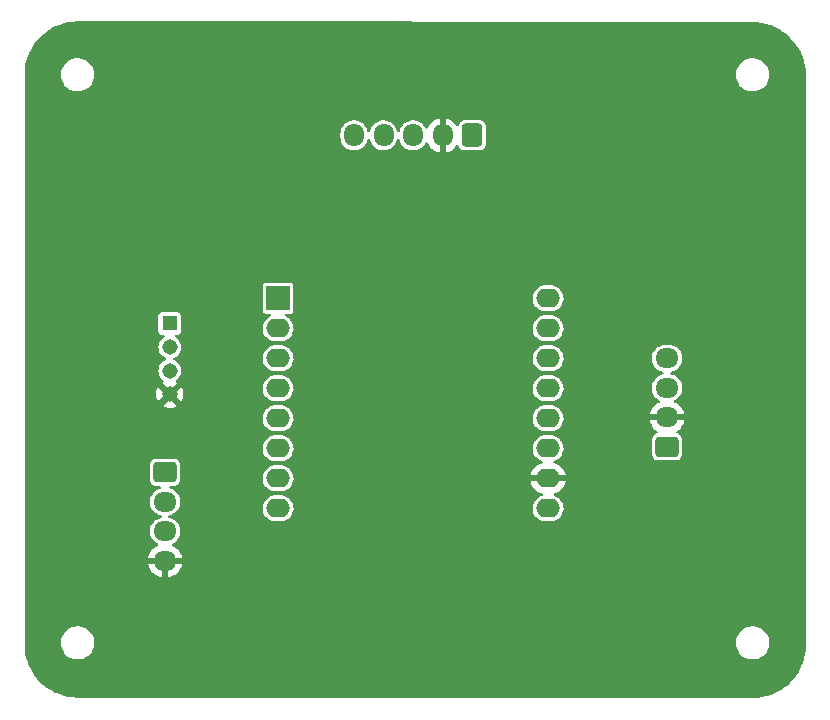
<source format=gbr>
%TF.GenerationSoftware,KiCad,Pcbnew,(6.0.9)*%
%TF.CreationDate,2023-01-13T23:22:46-06:00*%
%TF.ProjectId,PlantHumidifier,506c616e-7448-4756-9d69-646966696572,A*%
%TF.SameCoordinates,Original*%
%TF.FileFunction,Copper,L2,Bot*%
%TF.FilePolarity,Positive*%
%FSLAX46Y46*%
G04 Gerber Fmt 4.6, Leading zero omitted, Abs format (unit mm)*
G04 Created by KiCad (PCBNEW (6.0.9)) date 2023-01-13 23:22:46*
%MOMM*%
%LPD*%
G01*
G04 APERTURE LIST*
G04 Aperture macros list*
%AMRoundRect*
0 Rectangle with rounded corners*
0 $1 Rounding radius*
0 $2 $3 $4 $5 $6 $7 $8 $9 X,Y pos of 4 corners*
0 Add a 4 corners polygon primitive as box body*
4,1,4,$2,$3,$4,$5,$6,$7,$8,$9,$2,$3,0*
0 Add four circle primitives for the rounded corners*
1,1,$1+$1,$2,$3*
1,1,$1+$1,$4,$5*
1,1,$1+$1,$6,$7*
1,1,$1+$1,$8,$9*
0 Add four rect primitives between the rounded corners*
20,1,$1+$1,$2,$3,$4,$5,0*
20,1,$1+$1,$4,$5,$6,$7,0*
20,1,$1+$1,$6,$7,$8,$9,0*
20,1,$1+$1,$8,$9,$2,$3,0*%
G04 Aperture macros list end*
%TA.AperFunction,ComponentPad*%
%ADD10RoundRect,0.250000X0.600000X0.725000X-0.600000X0.725000X-0.600000X-0.725000X0.600000X-0.725000X0*%
%TD*%
%TA.AperFunction,ComponentPad*%
%ADD11O,1.700000X1.950000*%
%TD*%
%TA.AperFunction,ComponentPad*%
%ADD12RoundRect,0.250000X-0.725000X0.600000X-0.725000X-0.600000X0.725000X-0.600000X0.725000X0.600000X0*%
%TD*%
%TA.AperFunction,ComponentPad*%
%ADD13O,1.950000X1.700000*%
%TD*%
%TA.AperFunction,ComponentPad*%
%ADD14RoundRect,0.250000X0.725000X-0.600000X0.725000X0.600000X-0.725000X0.600000X-0.725000X-0.600000X0*%
%TD*%
%TA.AperFunction,ComponentPad*%
%ADD15R,2.000000X2.000000*%
%TD*%
%TA.AperFunction,ComponentPad*%
%ADD16O,2.000000X1.600000*%
%TD*%
%TA.AperFunction,ComponentPad*%
%ADD17R,1.308000X1.308000*%
%TD*%
%TA.AperFunction,ComponentPad*%
%ADD18C,1.308000*%
%TD*%
%TA.AperFunction,ViaPad*%
%ADD19C,0.800000*%
%TD*%
G04 APERTURE END LIST*
D10*
%TO.P,J2,1,Pin_1*%
%TO.N,+5V*%
X94000000Y-61775000D03*
D11*
%TO.P,J2,2,Pin_2*%
%TO.N,GND*%
X91500000Y-61775000D03*
%TO.P,J2,3,Pin_3*%
%TO.N,/Encoder_B*%
X89000000Y-61775000D03*
%TO.P,J2,4,Pin_4*%
%TO.N,/Encoder_A*%
X86500000Y-61775000D03*
%TO.P,J2,5,Pin_5*%
%TO.N,/Rst_n*%
X84000000Y-61775000D03*
%TD*%
D12*
%TO.P,J4,1,Pin_1*%
%TO.N,/DHT22_Sense*%
X68000000Y-90300000D03*
D13*
%TO.P,J4,2,Pin_2*%
%TO.N,+3V3*%
X68000000Y-92800000D03*
%TO.P,J4,3,Pin_3*%
%TO.N,unconnected-(J4-Pad3)*%
X68000000Y-95300000D03*
%TO.P,J4,4,Pin_4*%
%TO.N,GND*%
X68000000Y-97800000D03*
%TD*%
D14*
%TO.P,J3,1,Pin_1*%
%TO.N,+5V*%
X110500000Y-88150000D03*
D13*
%TO.P,J3,2,Pin_2*%
%TO.N,GND*%
X110500000Y-85650000D03*
%TO.P,J3,3,Pin_3*%
%TO.N,/OLED_SDA*%
X110500000Y-83150000D03*
%TO.P,J3,4,Pin_4*%
%TO.N,/OLED_SCL*%
X110500000Y-80650000D03*
%TD*%
D15*
%TO.P,U1,1,~{RST}*%
%TO.N,/Rst_n*%
X77574000Y-75565000D03*
D16*
%TO.P,U1,2,A0*%
%TO.N,unconnected-(U1-Pad2)*%
X77574000Y-78105000D03*
%TO.P,U1,3,D0*%
%TO.N,/Encoder_A*%
X77574000Y-80645000D03*
%TO.P,U1,4,SCK/D5*%
%TO.N,/Encoder_B*%
X77574000Y-83185000D03*
%TO.P,U1,5,MISO/D6*%
%TO.N,/Atomizer*%
X77574000Y-85725000D03*
%TO.P,U1,6,MOSI/D7*%
%TO.N,/DHT22_Sense*%
X77574000Y-88265000D03*
%TO.P,U1,7,CS/D8*%
%TO.N,unconnected-(U1-Pad7)*%
X77574000Y-90805000D03*
%TO.P,U1,8,3V3*%
%TO.N,+3V3*%
X77574000Y-93345000D03*
%TO.P,U1,9,5V*%
%TO.N,+5V*%
X100434000Y-93345000D03*
%TO.P,U1,10,GND*%
%TO.N,GND*%
X100434000Y-90805000D03*
%TO.P,U1,11,D4*%
%TO.N,unconnected-(U1-Pad11)*%
X100434000Y-88265000D03*
%TO.P,U1,12,D3*%
%TO.N,unconnected-(U1-Pad12)*%
X100434000Y-85725000D03*
%TO.P,U1,13,SDA/D2*%
%TO.N,/OLED_SDA*%
X100434000Y-83185000D03*
%TO.P,U1,14,SCL/D1*%
%TO.N,/OLED_SCL*%
X100434000Y-80645000D03*
%TO.P,U1,15,RX*%
%TO.N,unconnected-(U1-Pad15)*%
X100434000Y-78105000D03*
%TO.P,U1,16,TX*%
%TO.N,unconnected-(U1-Pad16)*%
X100434000Y-75565000D03*
%TD*%
D17*
%TO.P,J1,1,1*%
%TO.N,/Atomizer*%
X68400000Y-77700000D03*
D18*
%TO.P,J1,2,2*%
%TO.N,unconnected-(J1-Pad2)*%
X68400000Y-79700000D03*
%TO.P,J1,3,3*%
%TO.N,+5V*%
X68400000Y-81700000D03*
%TO.P,J1,4,4*%
%TO.N,GND*%
X68400000Y-83700000D03*
%TD*%
D19*
%TO.N,GND*%
X66800000Y-83637500D03*
X91500000Y-59900000D03*
X66107600Y-97800000D03*
X106832400Y-91236800D03*
X112425000Y-85600000D03*
%TD*%
%TA.AperFunction,Conductor*%
%TO.N,GND*%
G36*
X117712785Y-52175468D02*
G01*
X117734204Y-52177351D01*
X117750000Y-52180136D01*
X117760684Y-52178252D01*
X117765730Y-52178252D01*
X117784638Y-52177012D01*
X118106334Y-52191058D01*
X118136751Y-52192386D01*
X118147527Y-52193329D01*
X118525958Y-52243151D01*
X118536611Y-52245029D01*
X118909273Y-52327646D01*
X118919722Y-52330446D01*
X119283755Y-52445225D01*
X119293921Y-52448925D01*
X119505288Y-52536475D01*
X119646579Y-52595000D01*
X119656370Y-52599566D01*
X119994954Y-52775822D01*
X120004300Y-52781218D01*
X120326256Y-52986326D01*
X120335085Y-52992507D01*
X120637940Y-53224896D01*
X120646206Y-53231833D01*
X120927659Y-53489737D01*
X120935263Y-53497341D01*
X121193167Y-53778794D01*
X121200104Y-53787060D01*
X121432493Y-54089915D01*
X121438674Y-54098744D01*
X121643782Y-54420700D01*
X121649178Y-54430046D01*
X121801904Y-54723429D01*
X121825431Y-54768624D01*
X121830003Y-54778428D01*
X121976075Y-55131079D01*
X121979775Y-55141245D01*
X122094554Y-55505278D01*
X122097354Y-55515727D01*
X122179971Y-55888389D01*
X122181849Y-55899042D01*
X122231671Y-56277473D01*
X122232614Y-56288249D01*
X122247784Y-56635683D01*
X122247988Y-56640359D01*
X122246748Y-56659270D01*
X122246748Y-56664316D01*
X122244864Y-56675000D01*
X122246748Y-56685683D01*
X122247616Y-56690606D01*
X122249500Y-56712139D01*
X122249500Y-104887861D01*
X122247616Y-104909391D01*
X122244864Y-104925000D01*
X122246748Y-104935684D01*
X122246748Y-104940730D01*
X122247988Y-104959638D01*
X122234797Y-105261751D01*
X122232614Y-105311751D01*
X122231671Y-105322527D01*
X122181849Y-105700958D01*
X122179971Y-105711611D01*
X122097354Y-106084273D01*
X122094554Y-106094722D01*
X121979775Y-106458755D01*
X121976075Y-106468921D01*
X121949721Y-106532546D01*
X121846653Y-106781376D01*
X121830003Y-106821572D01*
X121825434Y-106831370D01*
X121649178Y-107169954D01*
X121643782Y-107179300D01*
X121438674Y-107501256D01*
X121432493Y-107510085D01*
X121200104Y-107812940D01*
X121193167Y-107821206D01*
X120935263Y-108102659D01*
X120927659Y-108110263D01*
X120646206Y-108368167D01*
X120637940Y-108375104D01*
X120335085Y-108607493D01*
X120326256Y-108613674D01*
X120004300Y-108818782D01*
X119994954Y-108824178D01*
X119656370Y-109000434D01*
X119646579Y-109005000D01*
X119505288Y-109063525D01*
X119293921Y-109151075D01*
X119283755Y-109154775D01*
X118919722Y-109269554D01*
X118909273Y-109272354D01*
X118536611Y-109354971D01*
X118525958Y-109356849D01*
X118147527Y-109406671D01*
X118136751Y-109407614D01*
X118106334Y-109408942D01*
X117784638Y-109422988D01*
X117765730Y-109421748D01*
X117760684Y-109421748D01*
X117750000Y-109419864D01*
X117734573Y-109422584D01*
X117712938Y-109424467D01*
X60637215Y-109374532D01*
X60615795Y-109372649D01*
X60600000Y-109369864D01*
X60589316Y-109371748D01*
X60584270Y-109371748D01*
X60565362Y-109372988D01*
X60243666Y-109358942D01*
X60213249Y-109357614D01*
X60202473Y-109356671D01*
X59824042Y-109306849D01*
X59813389Y-109304971D01*
X59440727Y-109222354D01*
X59430278Y-109219554D01*
X59066245Y-109104775D01*
X59056079Y-109101075D01*
X58824139Y-109005003D01*
X58703421Y-108955000D01*
X58693630Y-108950434D01*
X58355046Y-108774178D01*
X58345700Y-108768782D01*
X58023744Y-108563674D01*
X58014915Y-108557493D01*
X57712060Y-108325104D01*
X57703794Y-108318167D01*
X57422341Y-108060263D01*
X57414737Y-108052659D01*
X57156833Y-107771206D01*
X57149896Y-107762940D01*
X56917507Y-107460085D01*
X56911326Y-107451256D01*
X56706218Y-107129300D01*
X56700822Y-107119954D01*
X56524566Y-106781370D01*
X56519997Y-106771572D01*
X56373925Y-106418921D01*
X56370225Y-106408755D01*
X56255446Y-106044722D01*
X56252646Y-106034273D01*
X56170029Y-105661611D01*
X56168151Y-105650958D01*
X56118329Y-105272527D01*
X56117386Y-105261751D01*
X56112677Y-105153904D01*
X56102012Y-104909638D01*
X56103252Y-104890730D01*
X56103252Y-104885684D01*
X56105136Y-104875000D01*
X56102384Y-104859391D01*
X56100500Y-104837861D01*
X56100500Y-104683789D01*
X59195996Y-104683789D01*
X59204913Y-104921295D01*
X59205990Y-104926430D01*
X59205991Y-104926435D01*
X59252639Y-105148758D01*
X59253719Y-105153904D01*
X59341020Y-105374963D01*
X59343741Y-105379447D01*
X59343743Y-105379451D01*
X59411233Y-105490670D01*
X59464319Y-105578153D01*
X59620090Y-105757664D01*
X59803880Y-105908362D01*
X59808441Y-105910958D01*
X59808442Y-105910959D01*
X60005875Y-106023345D01*
X60005880Y-106023347D01*
X60010433Y-106025939D01*
X60233844Y-106107034D01*
X60467725Y-106149326D01*
X60492619Y-106150500D01*
X60659680Y-106150500D01*
X60662296Y-106150278D01*
X60662297Y-106150278D01*
X60831590Y-106135913D01*
X60836823Y-106135469D01*
X61066874Y-106075760D01*
X61283576Y-105978143D01*
X61480732Y-105845409D01*
X61652705Y-105681355D01*
X61794579Y-105490670D01*
X61796958Y-105485991D01*
X61899913Y-105283493D01*
X61899915Y-105283488D01*
X61902295Y-105278807D01*
X61905913Y-105267157D01*
X61971215Y-105056848D01*
X61972775Y-105051824D01*
X61973466Y-105046612D01*
X62003315Y-104821412D01*
X62003315Y-104821408D01*
X62004004Y-104816211D01*
X61999032Y-104683789D01*
X116345996Y-104683789D01*
X116354913Y-104921295D01*
X116355990Y-104926430D01*
X116355991Y-104926435D01*
X116402639Y-105148758D01*
X116403719Y-105153904D01*
X116491020Y-105374963D01*
X116493741Y-105379447D01*
X116493743Y-105379451D01*
X116561233Y-105490670D01*
X116614319Y-105578153D01*
X116770090Y-105757664D01*
X116953880Y-105908362D01*
X116958441Y-105910958D01*
X116958442Y-105910959D01*
X117155875Y-106023345D01*
X117155880Y-106023347D01*
X117160433Y-106025939D01*
X117383844Y-106107034D01*
X117617725Y-106149326D01*
X117642619Y-106150500D01*
X117809680Y-106150500D01*
X117812296Y-106150278D01*
X117812297Y-106150278D01*
X117981590Y-106135913D01*
X117986823Y-106135469D01*
X118216874Y-106075760D01*
X118433576Y-105978143D01*
X118630732Y-105845409D01*
X118802705Y-105681355D01*
X118944579Y-105490670D01*
X118946958Y-105485991D01*
X119049913Y-105283493D01*
X119049915Y-105283488D01*
X119052295Y-105278807D01*
X119055913Y-105267157D01*
X119121215Y-105056848D01*
X119122775Y-105051824D01*
X119123466Y-105046612D01*
X119153315Y-104821412D01*
X119153315Y-104821408D01*
X119154004Y-104816211D01*
X119145087Y-104578705D01*
X119117700Y-104448176D01*
X119097361Y-104351242D01*
X119097360Y-104351239D01*
X119096281Y-104346096D01*
X119008980Y-104125037D01*
X118941607Y-104014009D01*
X118888408Y-103926341D01*
X118885681Y-103921847D01*
X118729910Y-103742336D01*
X118546120Y-103591638D01*
X118428687Y-103524791D01*
X118344125Y-103476655D01*
X118344120Y-103476653D01*
X118339567Y-103474061D01*
X118116156Y-103392966D01*
X117882275Y-103350674D01*
X117857381Y-103349500D01*
X117690320Y-103349500D01*
X117687704Y-103349722D01*
X117687703Y-103349722D01*
X117676484Y-103350674D01*
X117513177Y-103364531D01*
X117283126Y-103424240D01*
X117066424Y-103521857D01*
X116869268Y-103654591D01*
X116697295Y-103818645D01*
X116555421Y-104009330D01*
X116553042Y-104014008D01*
X116553042Y-104014009D01*
X116498875Y-104120549D01*
X116447705Y-104221193D01*
X116377225Y-104448176D01*
X116345996Y-104683789D01*
X61999032Y-104683789D01*
X61995087Y-104578705D01*
X61967700Y-104448176D01*
X61947361Y-104351242D01*
X61947360Y-104351239D01*
X61946281Y-104346096D01*
X61858980Y-104125037D01*
X61791607Y-104014009D01*
X61738408Y-103926341D01*
X61735681Y-103921847D01*
X61579910Y-103742336D01*
X61396120Y-103591638D01*
X61278687Y-103524791D01*
X61194125Y-103476655D01*
X61194120Y-103476653D01*
X61189567Y-103474061D01*
X60966156Y-103392966D01*
X60732275Y-103350674D01*
X60707381Y-103349500D01*
X60540320Y-103349500D01*
X60537704Y-103349722D01*
X60537703Y-103349722D01*
X60526484Y-103350674D01*
X60363177Y-103364531D01*
X60133126Y-103424240D01*
X59916424Y-103521857D01*
X59719268Y-103654591D01*
X59547295Y-103818645D01*
X59405421Y-104009330D01*
X59403042Y-104014008D01*
X59403042Y-104014009D01*
X59348875Y-104120549D01*
X59297705Y-104221193D01*
X59227225Y-104448176D01*
X59195996Y-104683789D01*
X56100500Y-104683789D01*
X56100500Y-98062326D01*
X66547667Y-98062326D01*
X66600168Y-98258264D01*
X66603857Y-98268397D01*
X66699110Y-98472667D01*
X66704508Y-98482017D01*
X66833784Y-98666643D01*
X66840719Y-98674907D01*
X67000093Y-98834281D01*
X67008357Y-98841216D01*
X67192983Y-98970492D01*
X67202333Y-98975890D01*
X67406603Y-99071143D01*
X67416736Y-99074832D01*
X67634447Y-99133167D01*
X67645078Y-99135041D01*
X67732239Y-99142667D01*
X67746951Y-99139710D01*
X67750000Y-99128147D01*
X67750000Y-99126391D01*
X68250000Y-99126391D01*
X68254228Y-99140790D01*
X68266012Y-99142820D01*
X68354922Y-99135041D01*
X68365553Y-99133167D01*
X68583264Y-99074832D01*
X68593397Y-99071143D01*
X68797667Y-98975890D01*
X68807017Y-98970492D01*
X68991643Y-98841216D01*
X68999907Y-98834281D01*
X69159279Y-98674909D01*
X69166215Y-98666643D01*
X69295498Y-98482008D01*
X69300886Y-98472676D01*
X69396143Y-98268397D01*
X69399832Y-98258264D01*
X69451022Y-98067221D01*
X69450691Y-98053347D01*
X69442875Y-98050000D01*
X68267830Y-98050000D01*
X68252831Y-98054404D01*
X68251644Y-98055774D01*
X68250000Y-98063332D01*
X68250000Y-99126391D01*
X67750000Y-99126391D01*
X67750000Y-98067830D01*
X67745596Y-98052831D01*
X67744226Y-98051644D01*
X67736668Y-98050000D01*
X66562194Y-98050000D01*
X66548877Y-98053910D01*
X66547667Y-98062326D01*
X56100500Y-98062326D01*
X56100500Y-97532779D01*
X66548978Y-97532779D01*
X66549309Y-97546653D01*
X66557125Y-97550000D01*
X69437806Y-97550000D01*
X69451123Y-97546090D01*
X69452333Y-97537674D01*
X69399832Y-97341736D01*
X69396143Y-97331603D01*
X69300890Y-97127333D01*
X69295492Y-97117983D01*
X69166216Y-96933357D01*
X69159281Y-96925093D01*
X68999907Y-96765719D01*
X68991643Y-96758784D01*
X68807017Y-96629508D01*
X68797667Y-96624110D01*
X68643253Y-96552105D01*
X68590814Y-96505933D01*
X68571662Y-96438739D01*
X68591878Y-96371858D01*
X68640814Y-96328511D01*
X68723607Y-96287682D01*
X68723611Y-96287680D01*
X68728710Y-96285165D01*
X68898133Y-96158651D01*
X68901988Y-96154481D01*
X68901991Y-96154478D01*
X68961298Y-96090319D01*
X69041663Y-96003381D01*
X69054259Y-95983418D01*
X69151461Y-95829363D01*
X69151462Y-95829361D01*
X69154495Y-95824554D01*
X69232848Y-95628160D01*
X69237580Y-95604373D01*
X69272988Y-95426359D01*
X69274099Y-95420775D01*
X69274494Y-95390654D01*
X69276793Y-95215034D01*
X69276793Y-95215029D01*
X69276867Y-95209346D01*
X69275904Y-95203741D01*
X69242021Y-95006550D01*
X69242020Y-95006547D01*
X69241059Y-95000953D01*
X69167873Y-94802575D01*
X69164970Y-94797695D01*
X69062668Y-94625740D01*
X69062666Y-94625737D01*
X69059762Y-94620856D01*
X68920345Y-94461881D01*
X68915881Y-94458362D01*
X68915878Y-94458359D01*
X68805629Y-94371447D01*
X68754292Y-94330976D01*
X68567164Y-94232523D01*
X68561733Y-94230837D01*
X68561729Y-94230835D01*
X68457012Y-94198320D01*
X68365227Y-94169820D01*
X68364308Y-94169711D01*
X68304187Y-94137254D01*
X68270411Y-94076091D01*
X68275063Y-94006376D01*
X68316667Y-93950244D01*
X68357792Y-93929811D01*
X68366340Y-93927400D01*
X68539069Y-93878686D01*
X68728710Y-93785165D01*
X68898133Y-93658651D01*
X68901988Y-93654481D01*
X68901991Y-93654478D01*
X68961298Y-93590319D01*
X69041663Y-93503381D01*
X69054259Y-93483418D01*
X69151461Y-93329363D01*
X69151462Y-93329361D01*
X69154495Y-93324554D01*
X69167883Y-93290996D01*
X76269814Y-93290996D01*
X76279523Y-93500767D01*
X76280905Y-93506500D01*
X76318393Y-93662050D01*
X76328724Y-93704918D01*
X76331164Y-93710286D01*
X76331166Y-93710290D01*
X76376643Y-93810311D01*
X76415640Y-93896081D01*
X76537137Y-94067360D01*
X76541404Y-94071444D01*
X76541405Y-94071446D01*
X76684564Y-94208491D01*
X76684568Y-94208495D01*
X76688831Y-94212575D01*
X76865246Y-94326485D01*
X76870721Y-94328692D01*
X76870724Y-94328693D01*
X77054539Y-94402773D01*
X77054544Y-94402774D01*
X77060019Y-94404981D01*
X77266122Y-94445230D01*
X77271643Y-94445500D01*
X77826469Y-94445500D01*
X77983046Y-94430561D01*
X77988706Y-94428901D01*
X77988709Y-94428900D01*
X78083797Y-94401004D01*
X78184549Y-94371447D01*
X78267561Y-94328693D01*
X78365996Y-94277996D01*
X78366001Y-94277993D01*
X78371239Y-94275295D01*
X78536379Y-94145576D01*
X78540245Y-94141121D01*
X78670146Y-93991424D01*
X78670147Y-93991423D01*
X78674010Y-93986971D01*
X78676964Y-93981865D01*
X78776210Y-93810311D01*
X78776211Y-93810309D01*
X78779166Y-93805201D01*
X78848053Y-93606826D01*
X78878186Y-93399004D01*
X78868477Y-93189233D01*
X78853758Y-93128160D01*
X78820658Y-92990815D01*
X78820657Y-92990812D01*
X78819276Y-92985082D01*
X78792577Y-92926359D01*
X78734802Y-92799290D01*
X78732360Y-92793919D01*
X78610863Y-92622640D01*
X78606595Y-92618554D01*
X78463436Y-92481509D01*
X78463432Y-92481505D01*
X78459169Y-92477425D01*
X78282754Y-92363515D01*
X78277279Y-92361308D01*
X78277276Y-92361307D01*
X78093461Y-92287227D01*
X78093456Y-92287226D01*
X78087981Y-92285019D01*
X77881878Y-92244770D01*
X77876357Y-92244500D01*
X77321531Y-92244500D01*
X77164954Y-92259439D01*
X77159294Y-92261099D01*
X77159291Y-92261100D01*
X77064203Y-92288996D01*
X76963451Y-92318553D01*
X76958202Y-92321256D01*
X76958203Y-92321256D01*
X76782004Y-92412004D01*
X76781999Y-92412007D01*
X76776761Y-92414705D01*
X76611621Y-92544424D01*
X76473990Y-92703029D01*
X76471037Y-92708134D01*
X76471036Y-92708135D01*
X76470336Y-92709346D01*
X76368834Y-92884799D01*
X76299947Y-93083174D01*
X76269814Y-93290996D01*
X69167883Y-93290996D01*
X69232848Y-93128160D01*
X69237580Y-93104373D01*
X69272988Y-92926359D01*
X69274099Y-92920775D01*
X69274494Y-92890654D01*
X69276793Y-92715034D01*
X69276793Y-92715029D01*
X69276867Y-92709346D01*
X69275782Y-92703029D01*
X69242021Y-92506550D01*
X69242020Y-92506547D01*
X69241059Y-92500953D01*
X69167873Y-92302575D01*
X69158742Y-92287227D01*
X69062668Y-92125740D01*
X69062666Y-92125737D01*
X69059762Y-92120856D01*
X68920345Y-91961881D01*
X68915881Y-91958362D01*
X68915878Y-91958359D01*
X68830587Y-91891122D01*
X68754292Y-91830976D01*
X68567164Y-91732523D01*
X68561733Y-91730837D01*
X68561729Y-91730835D01*
X68439628Y-91692922D01*
X68381441Y-91654243D01*
X68353403Y-91590246D01*
X68364415Y-91521250D01*
X68410981Y-91469160D01*
X68476399Y-91450500D01*
X68767772Y-91450500D01*
X68796934Y-91446971D01*
X68849641Y-91440593D01*
X68849643Y-91440592D01*
X68857547Y-91439636D01*
X68864951Y-91436704D01*
X68864953Y-91436704D01*
X68989921Y-91387226D01*
X68989922Y-91387225D01*
X68997783Y-91384113D01*
X69117922Y-91292922D01*
X69209113Y-91172783D01*
X69214497Y-91159185D01*
X69261704Y-91039953D01*
X69261704Y-91039951D01*
X69264636Y-91032547D01*
X69275500Y-90942772D01*
X69275500Y-90750996D01*
X76269814Y-90750996D01*
X76279523Y-90960767D01*
X76328724Y-91164918D01*
X76331164Y-91170286D01*
X76331166Y-91170290D01*
X76389247Y-91298032D01*
X76415640Y-91356081D01*
X76537137Y-91527360D01*
X76541404Y-91531444D01*
X76541405Y-91531446D01*
X76684564Y-91668491D01*
X76684568Y-91668495D01*
X76688831Y-91672575D01*
X76865246Y-91786485D01*
X76870721Y-91788692D01*
X76870724Y-91788693D01*
X77054539Y-91862773D01*
X77054544Y-91862774D01*
X77060019Y-91864981D01*
X77266122Y-91905230D01*
X77271643Y-91905500D01*
X77826469Y-91905500D01*
X77983046Y-91890561D01*
X77988706Y-91888901D01*
X77988709Y-91888900D01*
X78083797Y-91861004D01*
X78184549Y-91831447D01*
X78221688Y-91812319D01*
X78365996Y-91737996D01*
X78366001Y-91737993D01*
X78371239Y-91735295D01*
X78536379Y-91605576D01*
X78674010Y-91446971D01*
X78677700Y-91440593D01*
X78776210Y-91270311D01*
X78776211Y-91270309D01*
X78779166Y-91265201D01*
X78847879Y-91067326D01*
X98958431Y-91067326D01*
X99006331Y-91246092D01*
X99010023Y-91256235D01*
X99101580Y-91452580D01*
X99106968Y-91461913D01*
X99231233Y-91639381D01*
X99238169Y-91647647D01*
X99391353Y-91800831D01*
X99399619Y-91807767D01*
X99577087Y-91932032D01*
X99586420Y-91937420D01*
X99782769Y-92028979D01*
X99792905Y-92032669D01*
X99891351Y-92059047D01*
X99951012Y-92095412D01*
X99981541Y-92158259D01*
X99973246Y-92227634D01*
X99928761Y-92281512D01*
X99894165Y-92297807D01*
X99829121Y-92316889D01*
X99829115Y-92316891D01*
X99823451Y-92318553D01*
X99818202Y-92321256D01*
X99818203Y-92321256D01*
X99642004Y-92412004D01*
X99641999Y-92412007D01*
X99636761Y-92414705D01*
X99471621Y-92544424D01*
X99333990Y-92703029D01*
X99331037Y-92708134D01*
X99331036Y-92708135D01*
X99330336Y-92709346D01*
X99228834Y-92884799D01*
X99159947Y-93083174D01*
X99129814Y-93290996D01*
X99139523Y-93500767D01*
X99140905Y-93506500D01*
X99178393Y-93662050D01*
X99188724Y-93704918D01*
X99191164Y-93710286D01*
X99191166Y-93710290D01*
X99236643Y-93810311D01*
X99275640Y-93896081D01*
X99397137Y-94067360D01*
X99401404Y-94071444D01*
X99401405Y-94071446D01*
X99544564Y-94208491D01*
X99544568Y-94208495D01*
X99548831Y-94212575D01*
X99725246Y-94326485D01*
X99730721Y-94328692D01*
X99730724Y-94328693D01*
X99914539Y-94402773D01*
X99914544Y-94402774D01*
X99920019Y-94404981D01*
X100126122Y-94445230D01*
X100131643Y-94445500D01*
X100686469Y-94445500D01*
X100843046Y-94430561D01*
X100848706Y-94428901D01*
X100848709Y-94428900D01*
X100943797Y-94401004D01*
X101044549Y-94371447D01*
X101127561Y-94328693D01*
X101225996Y-94277996D01*
X101226001Y-94277993D01*
X101231239Y-94275295D01*
X101396379Y-94145576D01*
X101400245Y-94141121D01*
X101530146Y-93991424D01*
X101530147Y-93991423D01*
X101534010Y-93986971D01*
X101536964Y-93981865D01*
X101636210Y-93810311D01*
X101636211Y-93810309D01*
X101639166Y-93805201D01*
X101708053Y-93606826D01*
X101738186Y-93399004D01*
X101728477Y-93189233D01*
X101713758Y-93128160D01*
X101680658Y-92990815D01*
X101680657Y-92990812D01*
X101679276Y-92985082D01*
X101652577Y-92926359D01*
X101594802Y-92799290D01*
X101592360Y-92793919D01*
X101470863Y-92622640D01*
X101466595Y-92618554D01*
X101323436Y-92481509D01*
X101323432Y-92481505D01*
X101319169Y-92477425D01*
X101142754Y-92363515D01*
X101137279Y-92361308D01*
X101137276Y-92361307D01*
X100966872Y-92292632D01*
X100912050Y-92249315D01*
X100889350Y-92183236D01*
X100905979Y-92115374D01*
X100956657Y-92067275D01*
X100981130Y-92057846D01*
X101075095Y-92032669D01*
X101085231Y-92028979D01*
X101281580Y-91937420D01*
X101290913Y-91932032D01*
X101468381Y-91807767D01*
X101476647Y-91800831D01*
X101629831Y-91647647D01*
X101636767Y-91639381D01*
X101761032Y-91461913D01*
X101766420Y-91452580D01*
X101857977Y-91256235D01*
X101861669Y-91246092D01*
X101908258Y-91072221D01*
X101907927Y-91058347D01*
X101900111Y-91055000D01*
X98972958Y-91055000D01*
X98959641Y-91058910D01*
X98958431Y-91067326D01*
X78847879Y-91067326D01*
X78848053Y-91066826D01*
X78878186Y-90859004D01*
X78868477Y-90649233D01*
X78844325Y-90549018D01*
X78841616Y-90537779D01*
X98959742Y-90537779D01*
X98960073Y-90551653D01*
X98967889Y-90555000D01*
X101895042Y-90555000D01*
X101908359Y-90551090D01*
X101909569Y-90542674D01*
X101861669Y-90363908D01*
X101857977Y-90353765D01*
X101766420Y-90157420D01*
X101761032Y-90148087D01*
X101636767Y-89970619D01*
X101629831Y-89962353D01*
X101476647Y-89809169D01*
X101468381Y-89802233D01*
X101290913Y-89677968D01*
X101281580Y-89672580D01*
X101085231Y-89581021D01*
X101075095Y-89577331D01*
X100976649Y-89550953D01*
X100916988Y-89514588D01*
X100886459Y-89451741D01*
X100894754Y-89382366D01*
X100939239Y-89328488D01*
X100973835Y-89312193D01*
X101038879Y-89293111D01*
X101038887Y-89293108D01*
X101044549Y-89291447D01*
X101138065Y-89243283D01*
X101225996Y-89197996D01*
X101226001Y-89197993D01*
X101231239Y-89195295D01*
X101396379Y-89065576D01*
X101534010Y-88906971D01*
X101589698Y-88810710D01*
X101636210Y-88730311D01*
X101636211Y-88730309D01*
X101639166Y-88725201D01*
X101708053Y-88526826D01*
X101738186Y-88319004D01*
X101728477Y-88109233D01*
X101704325Y-88009018D01*
X101680658Y-87910815D01*
X101680657Y-87910812D01*
X101679276Y-87905082D01*
X101633681Y-87804799D01*
X101594802Y-87719290D01*
X101592360Y-87713919D01*
X101470863Y-87542640D01*
X101466595Y-87538554D01*
X101323436Y-87401509D01*
X101323432Y-87401505D01*
X101319169Y-87397425D01*
X101142754Y-87283515D01*
X101137279Y-87281308D01*
X101137276Y-87281307D01*
X100953461Y-87207227D01*
X100953456Y-87207226D01*
X100947981Y-87205019D01*
X100741878Y-87164770D01*
X100736357Y-87164500D01*
X100181531Y-87164500D01*
X100024954Y-87179439D01*
X100019294Y-87181099D01*
X100019291Y-87181100D01*
X99924202Y-87208996D01*
X99823451Y-87238553D01*
X99818202Y-87241256D01*
X99818203Y-87241256D01*
X99642004Y-87332004D01*
X99641999Y-87332007D01*
X99636761Y-87334705D01*
X99471621Y-87464424D01*
X99333990Y-87623029D01*
X99228834Y-87804799D01*
X99159947Y-88003174D01*
X99129814Y-88210996D01*
X99139523Y-88420767D01*
X99188724Y-88624918D01*
X99191164Y-88630286D01*
X99191166Y-88630290D01*
X99236643Y-88730311D01*
X99275640Y-88816081D01*
X99397137Y-88987360D01*
X99401404Y-88991444D01*
X99401405Y-88991446D01*
X99544564Y-89128491D01*
X99544568Y-89128495D01*
X99548831Y-89132575D01*
X99725246Y-89246485D01*
X99730721Y-89248692D01*
X99730724Y-89248693D01*
X99901128Y-89317368D01*
X99955950Y-89360685D01*
X99978650Y-89426764D01*
X99962021Y-89494626D01*
X99911343Y-89542725D01*
X99886870Y-89552154D01*
X99792905Y-89577331D01*
X99782769Y-89581021D01*
X99586420Y-89672580D01*
X99577087Y-89677968D01*
X99399619Y-89802233D01*
X99391353Y-89809169D01*
X99238169Y-89962353D01*
X99231233Y-89970619D01*
X99106968Y-90148087D01*
X99101580Y-90157420D01*
X99010023Y-90353765D01*
X99006331Y-90363908D01*
X98959742Y-90537779D01*
X78841616Y-90537779D01*
X78820658Y-90450815D01*
X78820657Y-90450812D01*
X78819276Y-90445082D01*
X78773681Y-90344799D01*
X78734802Y-90259290D01*
X78732360Y-90253919D01*
X78610863Y-90082640D01*
X78606595Y-90078554D01*
X78463436Y-89941509D01*
X78463432Y-89941505D01*
X78459169Y-89937425D01*
X78282754Y-89823515D01*
X78277279Y-89821308D01*
X78277276Y-89821307D01*
X78093461Y-89747227D01*
X78093456Y-89747226D01*
X78087981Y-89745019D01*
X77881878Y-89704770D01*
X77876357Y-89704500D01*
X77321531Y-89704500D01*
X77164954Y-89719439D01*
X77159294Y-89721099D01*
X77159291Y-89721100D01*
X77064202Y-89748996D01*
X76963451Y-89778553D01*
X76958202Y-89781256D01*
X76958203Y-89781256D01*
X76782004Y-89872004D01*
X76781999Y-89872007D01*
X76776761Y-89874705D01*
X76611621Y-90004424D01*
X76473990Y-90163029D01*
X76368834Y-90344799D01*
X76299947Y-90543174D01*
X76269814Y-90750996D01*
X69275500Y-90750996D01*
X69275500Y-89657228D01*
X69266278Y-89581021D01*
X69265593Y-89575359D01*
X69265592Y-89575357D01*
X69264636Y-89567453D01*
X69254846Y-89542725D01*
X69212226Y-89435079D01*
X69212225Y-89435078D01*
X69209113Y-89427217D01*
X69151354Y-89351122D01*
X69123032Y-89313810D01*
X69117922Y-89307078D01*
X69093768Y-89288744D01*
X69004518Y-89220999D01*
X69004517Y-89220999D01*
X68997783Y-89215887D01*
X68989922Y-89212775D01*
X68989921Y-89212774D01*
X68864953Y-89163296D01*
X68864951Y-89163296D01*
X68857547Y-89160364D01*
X68849643Y-89159408D01*
X68849641Y-89159407D01*
X68796927Y-89153028D01*
X68767772Y-89149500D01*
X67232228Y-89149500D01*
X67203073Y-89153028D01*
X67150359Y-89159407D01*
X67150357Y-89159408D01*
X67142453Y-89160364D01*
X67135049Y-89163296D01*
X67135047Y-89163296D01*
X67010079Y-89212774D01*
X67010078Y-89212775D01*
X67002217Y-89215887D01*
X66995483Y-89220999D01*
X66995482Y-89220999D01*
X66906232Y-89288744D01*
X66882078Y-89307078D01*
X66876968Y-89313810D01*
X66848647Y-89351122D01*
X66790887Y-89427217D01*
X66787775Y-89435078D01*
X66787774Y-89435079D01*
X66745154Y-89542725D01*
X66735364Y-89567453D01*
X66734408Y-89575357D01*
X66734407Y-89575359D01*
X66733722Y-89581021D01*
X66724500Y-89657228D01*
X66724500Y-90942772D01*
X66735364Y-91032547D01*
X66738296Y-91039951D01*
X66738296Y-91039953D01*
X66785503Y-91159185D01*
X66790887Y-91172783D01*
X66882078Y-91292922D01*
X67002217Y-91384113D01*
X67010078Y-91387225D01*
X67010079Y-91387226D01*
X67135047Y-91436704D01*
X67135049Y-91436704D01*
X67142453Y-91439636D01*
X67150357Y-91440592D01*
X67150359Y-91440593D01*
X67203066Y-91446971D01*
X67232228Y-91450500D01*
X67524672Y-91450500D01*
X67591711Y-91470185D01*
X67637466Y-91522989D01*
X67647410Y-91592147D01*
X67618385Y-91655703D01*
X67558330Y-91693845D01*
X67460931Y-91721314D01*
X67271290Y-91814835D01*
X67101867Y-91941349D01*
X67098012Y-91945519D01*
X67098009Y-91945522D01*
X67038702Y-92009681D01*
X66958337Y-92096619D01*
X66955303Y-92101428D01*
X66955302Y-92101429D01*
X66854557Y-92261100D01*
X66845505Y-92275446D01*
X66767152Y-92471840D01*
X66766042Y-92477421D01*
X66766041Y-92477424D01*
X66761361Y-92500953D01*
X66725901Y-92679225D01*
X66725827Y-92684912D01*
X66725826Y-92684917D01*
X66723207Y-92884966D01*
X66723133Y-92890654D01*
X66724096Y-92896258D01*
X66724096Y-92896259D01*
X66757218Y-93089018D01*
X66758941Y-93099047D01*
X66832127Y-93297425D01*
X66835029Y-93302303D01*
X66835030Y-93302305D01*
X66896034Y-93404843D01*
X66940238Y-93479144D01*
X67079655Y-93638119D01*
X67084119Y-93641638D01*
X67084122Y-93641641D01*
X67110011Y-93662050D01*
X67245708Y-93769024D01*
X67432836Y-93867477D01*
X67438267Y-93869163D01*
X67438271Y-93869165D01*
X67524956Y-93896081D01*
X67634773Y-93930180D01*
X67635692Y-93930289D01*
X67695813Y-93962746D01*
X67729589Y-94023909D01*
X67724937Y-94093624D01*
X67683333Y-94149756D01*
X67642208Y-94170189D01*
X67460931Y-94221314D01*
X67271290Y-94314835D01*
X67101867Y-94441349D01*
X67098012Y-94445519D01*
X67098009Y-94445522D01*
X67038702Y-94509681D01*
X66958337Y-94596619D01*
X66955303Y-94601428D01*
X66955302Y-94601429D01*
X66943045Y-94620856D01*
X66845505Y-94775446D01*
X66767152Y-94971840D01*
X66766042Y-94977421D01*
X66766041Y-94977424D01*
X66761361Y-95000953D01*
X66725901Y-95179225D01*
X66725827Y-95184912D01*
X66725826Y-95184917D01*
X66725432Y-95215034D01*
X66723133Y-95390654D01*
X66724096Y-95396258D01*
X66724096Y-95396259D01*
X66727331Y-95415083D01*
X66758941Y-95599047D01*
X66832127Y-95797425D01*
X66835029Y-95802303D01*
X66835030Y-95802305D01*
X66845125Y-95819272D01*
X66940238Y-95979144D01*
X67079655Y-96138119D01*
X67084119Y-96141638D01*
X67084122Y-96141641D01*
X67110011Y-96162050D01*
X67245708Y-96269024D01*
X67361815Y-96330111D01*
X67411976Y-96378743D01*
X67427882Y-96446778D01*
X67404481Y-96512613D01*
X67356481Y-96552229D01*
X67202333Y-96624110D01*
X67192983Y-96629508D01*
X67008357Y-96758784D01*
X67000093Y-96765719D01*
X66840721Y-96925091D01*
X66833785Y-96933357D01*
X66704502Y-97117992D01*
X66699114Y-97127324D01*
X66603857Y-97331603D01*
X66600168Y-97341736D01*
X66548978Y-97532779D01*
X56100500Y-97532779D01*
X56100500Y-88210996D01*
X76269814Y-88210996D01*
X76279523Y-88420767D01*
X76328724Y-88624918D01*
X76331164Y-88630286D01*
X76331166Y-88630290D01*
X76376643Y-88730311D01*
X76415640Y-88816081D01*
X76537137Y-88987360D01*
X76541404Y-88991444D01*
X76541405Y-88991446D01*
X76684564Y-89128491D01*
X76684568Y-89128495D01*
X76688831Y-89132575D01*
X76865246Y-89246485D01*
X76870721Y-89248692D01*
X76870724Y-89248693D01*
X77054539Y-89322773D01*
X77054544Y-89322774D01*
X77060019Y-89324981D01*
X77266122Y-89365230D01*
X77271643Y-89365500D01*
X77826469Y-89365500D01*
X77983046Y-89350561D01*
X77988706Y-89348901D01*
X77988709Y-89348900D01*
X78083798Y-89321004D01*
X78184549Y-89291447D01*
X78278065Y-89243283D01*
X78365996Y-89197996D01*
X78366001Y-89197993D01*
X78371239Y-89195295D01*
X78536379Y-89065576D01*
X78674010Y-88906971D01*
X78729698Y-88810710D01*
X78776210Y-88730311D01*
X78776211Y-88730309D01*
X78779166Y-88725201D01*
X78848053Y-88526826D01*
X78878186Y-88319004D01*
X78868477Y-88109233D01*
X78844325Y-88009018D01*
X78820658Y-87910815D01*
X78820657Y-87910812D01*
X78819276Y-87905082D01*
X78773681Y-87804799D01*
X78734802Y-87719290D01*
X78732360Y-87713919D01*
X78610863Y-87542640D01*
X78606595Y-87538554D01*
X78463436Y-87401509D01*
X78463432Y-87401505D01*
X78459169Y-87397425D01*
X78282754Y-87283515D01*
X78277279Y-87281308D01*
X78277276Y-87281307D01*
X78093461Y-87207227D01*
X78093456Y-87207226D01*
X78087981Y-87205019D01*
X77881878Y-87164770D01*
X77876357Y-87164500D01*
X77321531Y-87164500D01*
X77164954Y-87179439D01*
X77159294Y-87181099D01*
X77159291Y-87181100D01*
X77064202Y-87208996D01*
X76963451Y-87238553D01*
X76958202Y-87241256D01*
X76958203Y-87241256D01*
X76782004Y-87332004D01*
X76781999Y-87332007D01*
X76776761Y-87334705D01*
X76611621Y-87464424D01*
X76473990Y-87623029D01*
X76368834Y-87804799D01*
X76299947Y-88003174D01*
X76269814Y-88210996D01*
X56100500Y-88210996D01*
X56100500Y-85670996D01*
X76269814Y-85670996D01*
X76279523Y-85880767D01*
X76328724Y-86084918D01*
X76331164Y-86090286D01*
X76331166Y-86090290D01*
X76376643Y-86190311D01*
X76415640Y-86276081D01*
X76537137Y-86447360D01*
X76541404Y-86451444D01*
X76541405Y-86451446D01*
X76684564Y-86588491D01*
X76684568Y-86588495D01*
X76688831Y-86592575D01*
X76865246Y-86706485D01*
X76870721Y-86708692D01*
X76870724Y-86708693D01*
X77054539Y-86782773D01*
X77054544Y-86782774D01*
X77060019Y-86784981D01*
X77266122Y-86825230D01*
X77271643Y-86825500D01*
X77826469Y-86825500D01*
X77983046Y-86810561D01*
X77988706Y-86808901D01*
X77988709Y-86808900D01*
X78083798Y-86781004D01*
X78184549Y-86751447D01*
X78278065Y-86703283D01*
X78365996Y-86657996D01*
X78366001Y-86657993D01*
X78371239Y-86655295D01*
X78536379Y-86525576D01*
X78674010Y-86366971D01*
X78694231Y-86332017D01*
X78776210Y-86190311D01*
X78776211Y-86190309D01*
X78779166Y-86185201D01*
X78848053Y-85986826D01*
X78878186Y-85779004D01*
X78873187Y-85670996D01*
X99129814Y-85670996D01*
X99139523Y-85880767D01*
X99188724Y-86084918D01*
X99191164Y-86090286D01*
X99191166Y-86090290D01*
X99236643Y-86190311D01*
X99275640Y-86276081D01*
X99397137Y-86447360D01*
X99401404Y-86451444D01*
X99401405Y-86451446D01*
X99544564Y-86588491D01*
X99544568Y-86588495D01*
X99548831Y-86592575D01*
X99725246Y-86706485D01*
X99730721Y-86708692D01*
X99730724Y-86708693D01*
X99914539Y-86782773D01*
X99914544Y-86782774D01*
X99920019Y-86784981D01*
X100126122Y-86825230D01*
X100131643Y-86825500D01*
X100686469Y-86825500D01*
X100843046Y-86810561D01*
X100848706Y-86808901D01*
X100848709Y-86808900D01*
X100943798Y-86781004D01*
X101044549Y-86751447D01*
X101138065Y-86703283D01*
X101225996Y-86657996D01*
X101226001Y-86657993D01*
X101231239Y-86655295D01*
X101396379Y-86525576D01*
X101534010Y-86366971D01*
X101554231Y-86332017D01*
X101636210Y-86190311D01*
X101636211Y-86190309D01*
X101639166Y-86185201D01*
X101708053Y-85986826D01*
X101718855Y-85912326D01*
X109047667Y-85912326D01*
X109100168Y-86108264D01*
X109103857Y-86118397D01*
X109199110Y-86322667D01*
X109204508Y-86332017D01*
X109333784Y-86516643D01*
X109340719Y-86524907D01*
X109500093Y-86684281D01*
X109508357Y-86691216D01*
X109659306Y-86796911D01*
X109702931Y-86851488D01*
X109710125Y-86920986D01*
X109678602Y-86983341D01*
X109633830Y-87013778D01*
X109510079Y-87062774D01*
X109510078Y-87062775D01*
X109502217Y-87065887D01*
X109382078Y-87157078D01*
X109376968Y-87163810D01*
X109321496Y-87236892D01*
X109290887Y-87277217D01*
X109287775Y-87285078D01*
X109287774Y-87285079D01*
X109238296Y-87410047D01*
X109235364Y-87417453D01*
X109224500Y-87507228D01*
X109224500Y-88792772D01*
X109235364Y-88882547D01*
X109290887Y-89022783D01*
X109382078Y-89142922D01*
X109388810Y-89148032D01*
X109408920Y-89163296D01*
X109502217Y-89234113D01*
X109510078Y-89237225D01*
X109510079Y-89237226D01*
X109635047Y-89286704D01*
X109635049Y-89286704D01*
X109642453Y-89289636D01*
X109650357Y-89290592D01*
X109650359Y-89290593D01*
X109703073Y-89296972D01*
X109732228Y-89300500D01*
X111267772Y-89300500D01*
X111296927Y-89296972D01*
X111349641Y-89290593D01*
X111349643Y-89290592D01*
X111357547Y-89289636D01*
X111364951Y-89286704D01*
X111364953Y-89286704D01*
X111489921Y-89237226D01*
X111489922Y-89237225D01*
X111497783Y-89234113D01*
X111591081Y-89163296D01*
X111611190Y-89148032D01*
X111617922Y-89142922D01*
X111709113Y-89022783D01*
X111764636Y-88882547D01*
X111775500Y-88792772D01*
X111775500Y-87507228D01*
X111764636Y-87417453D01*
X111761704Y-87410047D01*
X111712226Y-87285079D01*
X111712225Y-87285078D01*
X111709113Y-87277217D01*
X111678505Y-87236892D01*
X111623032Y-87163810D01*
X111617922Y-87157078D01*
X111497783Y-87065887D01*
X111489922Y-87062775D01*
X111489921Y-87062774D01*
X111366170Y-87013778D01*
X111311084Y-86970797D01*
X111287981Y-86904858D01*
X111304194Y-86836896D01*
X111340694Y-86796911D01*
X111491643Y-86691216D01*
X111499907Y-86684281D01*
X111659279Y-86524909D01*
X111666215Y-86516643D01*
X111795498Y-86332008D01*
X111800886Y-86322676D01*
X111896143Y-86118397D01*
X111899832Y-86108264D01*
X111951022Y-85917221D01*
X111950691Y-85903347D01*
X111942875Y-85900000D01*
X109062194Y-85900000D01*
X109048877Y-85903910D01*
X109047667Y-85912326D01*
X101718855Y-85912326D01*
X101738186Y-85779004D01*
X101728477Y-85569233D01*
X101704325Y-85469018D01*
X101683541Y-85382779D01*
X109048978Y-85382779D01*
X109049309Y-85396653D01*
X109057125Y-85400000D01*
X111937806Y-85400000D01*
X111951123Y-85396090D01*
X111952333Y-85387674D01*
X111899832Y-85191736D01*
X111896143Y-85181603D01*
X111800890Y-84977333D01*
X111795492Y-84967983D01*
X111666216Y-84783357D01*
X111659281Y-84775093D01*
X111499907Y-84615719D01*
X111491643Y-84608784D01*
X111307017Y-84479508D01*
X111297667Y-84474110D01*
X111143253Y-84402105D01*
X111090814Y-84355933D01*
X111071662Y-84288739D01*
X111091878Y-84221858D01*
X111140814Y-84178511D01*
X111223607Y-84137682D01*
X111223611Y-84137680D01*
X111228710Y-84135165D01*
X111398133Y-84008651D01*
X111401988Y-84004481D01*
X111401991Y-84004478D01*
X111510765Y-83886806D01*
X111541663Y-83853381D01*
X111555517Y-83831424D01*
X111651461Y-83679363D01*
X111651462Y-83679361D01*
X111654495Y-83674554D01*
X111732848Y-83478160D01*
X111737580Y-83454373D01*
X111753473Y-83374468D01*
X111774099Y-83270775D01*
X111774439Y-83244843D01*
X111776793Y-83065034D01*
X111776793Y-83065029D01*
X111776867Y-83059346D01*
X111772707Y-83035134D01*
X111742021Y-82856550D01*
X111742020Y-82856547D01*
X111741059Y-82850953D01*
X111667873Y-82652575D01*
X111663097Y-82644547D01*
X111562668Y-82475740D01*
X111562666Y-82475737D01*
X111559762Y-82470856D01*
X111420345Y-82311881D01*
X111415881Y-82308362D01*
X111415878Y-82308359D01*
X111286944Y-82206717D01*
X111254292Y-82180976D01*
X111067164Y-82082523D01*
X111061733Y-82080837D01*
X111061729Y-82080835D01*
X110953534Y-82047240D01*
X110865227Y-82019820D01*
X110864308Y-82019711D01*
X110804187Y-81987254D01*
X110770411Y-81926091D01*
X110775063Y-81856376D01*
X110816667Y-81800244D01*
X110857792Y-81779811D01*
X110866340Y-81777400D01*
X111039069Y-81728686D01*
X111228710Y-81635165D01*
X111398133Y-81508651D01*
X111401988Y-81504481D01*
X111401991Y-81504478D01*
X111461298Y-81440319D01*
X111541663Y-81353381D01*
X111549907Y-81340315D01*
X111651461Y-81179363D01*
X111651462Y-81179361D01*
X111654495Y-81174554D01*
X111732848Y-80978160D01*
X111737580Y-80954373D01*
X111765138Y-80815824D01*
X111774099Y-80770775D01*
X111774315Y-80754333D01*
X111776793Y-80565034D01*
X111776793Y-80565029D01*
X111776867Y-80559346D01*
X111775904Y-80553741D01*
X111742021Y-80356550D01*
X111742020Y-80356547D01*
X111741059Y-80350953D01*
X111667873Y-80152575D01*
X111664970Y-80147695D01*
X111562668Y-79975740D01*
X111562666Y-79975737D01*
X111559762Y-79970856D01*
X111420345Y-79811881D01*
X111415881Y-79808362D01*
X111415878Y-79808359D01*
X111307995Y-79723312D01*
X111254292Y-79680976D01*
X111067164Y-79582523D01*
X111061733Y-79580837D01*
X111061729Y-79580835D01*
X110870660Y-79521507D01*
X110865227Y-79519820D01*
X110859582Y-79519152D01*
X110859578Y-79519151D01*
X110753667Y-79506616D01*
X110693545Y-79499500D01*
X110321359Y-79499500D01*
X110164440Y-79513919D01*
X109960931Y-79571314D01*
X109771290Y-79664835D01*
X109601867Y-79791349D01*
X109598012Y-79795519D01*
X109598009Y-79795522D01*
X109556173Y-79840780D01*
X109458337Y-79946619D01*
X109455303Y-79951428D01*
X109455302Y-79951429D01*
X109367802Y-80090108D01*
X109345505Y-80125446D01*
X109267152Y-80321840D01*
X109266042Y-80327421D01*
X109266041Y-80327424D01*
X109257535Y-80370190D01*
X109225901Y-80529225D01*
X109225827Y-80534912D01*
X109225826Y-80534917D01*
X109223207Y-80734966D01*
X109223133Y-80740654D01*
X109224096Y-80746258D01*
X109224096Y-80746259D01*
X109251348Y-80904855D01*
X109258941Y-80949047D01*
X109332127Y-81147425D01*
X109335029Y-81152303D01*
X109335030Y-81152305D01*
X109436085Y-81322163D01*
X109440238Y-81329144D01*
X109579655Y-81488119D01*
X109584119Y-81491638D01*
X109584122Y-81491641D01*
X109658492Y-81550269D01*
X109745708Y-81619024D01*
X109932836Y-81717477D01*
X109938267Y-81719163D01*
X109938271Y-81719165D01*
X110022177Y-81745218D01*
X110134773Y-81780180D01*
X110135692Y-81780289D01*
X110195813Y-81812746D01*
X110229589Y-81873909D01*
X110224937Y-81943624D01*
X110183333Y-81999756D01*
X110142208Y-82020189D01*
X109960931Y-82071314D01*
X109771290Y-82164835D01*
X109601867Y-82291349D01*
X109598012Y-82295519D01*
X109598009Y-82295522D01*
X109573987Y-82321509D01*
X109458337Y-82446619D01*
X109455303Y-82451428D01*
X109455302Y-82451429D01*
X109383472Y-82565273D01*
X109345505Y-82625446D01*
X109267152Y-82821840D01*
X109266042Y-82827421D01*
X109266041Y-82827424D01*
X109261361Y-82850953D01*
X109225901Y-83029225D01*
X109225827Y-83034912D01*
X109225826Y-83034917D01*
X109223207Y-83234966D01*
X109223133Y-83240654D01*
X109224096Y-83246258D01*
X109224096Y-83246259D01*
X109239692Y-83337021D01*
X109258941Y-83449047D01*
X109332127Y-83647425D01*
X109335029Y-83652303D01*
X109335030Y-83652305D01*
X109401636Y-83764259D01*
X109440238Y-83829144D01*
X109579655Y-83988119D01*
X109584119Y-83991638D01*
X109584122Y-83991641D01*
X109610011Y-84012050D01*
X109745708Y-84119024D01*
X109861815Y-84180111D01*
X109911976Y-84228743D01*
X109927882Y-84296778D01*
X109904481Y-84362613D01*
X109856481Y-84402229D01*
X109702333Y-84474110D01*
X109692983Y-84479508D01*
X109508357Y-84608784D01*
X109500093Y-84615719D01*
X109340721Y-84775091D01*
X109333785Y-84783357D01*
X109204502Y-84967992D01*
X109199114Y-84977324D01*
X109103857Y-85181603D01*
X109100168Y-85191736D01*
X109048978Y-85382779D01*
X101683541Y-85382779D01*
X101680658Y-85370815D01*
X101680657Y-85370812D01*
X101679276Y-85365082D01*
X101633681Y-85264799D01*
X101594802Y-85179290D01*
X101592360Y-85173919D01*
X101470863Y-85002640D01*
X101444427Y-84977333D01*
X101323436Y-84861509D01*
X101323432Y-84861505D01*
X101319169Y-84857425D01*
X101142754Y-84743515D01*
X101137279Y-84741308D01*
X101137276Y-84741307D01*
X100953461Y-84667227D01*
X100953456Y-84667226D01*
X100947981Y-84665019D01*
X100741878Y-84624770D01*
X100736357Y-84624500D01*
X100181531Y-84624500D01*
X100024954Y-84639439D01*
X100019294Y-84641099D01*
X100019291Y-84641100D01*
X99924202Y-84668996D01*
X99823451Y-84698553D01*
X99818202Y-84701256D01*
X99818203Y-84701256D01*
X99642004Y-84792004D01*
X99641999Y-84792007D01*
X99636761Y-84794705D01*
X99471621Y-84924424D01*
X99467756Y-84928878D01*
X99467755Y-84928879D01*
X99425717Y-84977324D01*
X99333990Y-85083029D01*
X99228834Y-85264799D01*
X99159947Y-85463174D01*
X99129814Y-85670996D01*
X78873187Y-85670996D01*
X78868477Y-85569233D01*
X78844325Y-85469018D01*
X78820658Y-85370815D01*
X78820657Y-85370812D01*
X78819276Y-85365082D01*
X78773681Y-85264799D01*
X78734802Y-85179290D01*
X78732360Y-85173919D01*
X78610863Y-85002640D01*
X78584427Y-84977333D01*
X78463436Y-84861509D01*
X78463432Y-84861505D01*
X78459169Y-84857425D01*
X78282754Y-84743515D01*
X78277279Y-84741308D01*
X78277276Y-84741307D01*
X78093461Y-84667227D01*
X78093456Y-84667226D01*
X78087981Y-84665019D01*
X77881878Y-84624770D01*
X77876357Y-84624500D01*
X77321531Y-84624500D01*
X77164954Y-84639439D01*
X77159294Y-84641099D01*
X77159291Y-84641100D01*
X77064202Y-84668996D01*
X76963451Y-84698553D01*
X76958202Y-84701256D01*
X76958203Y-84701256D01*
X76782004Y-84792004D01*
X76781999Y-84792007D01*
X76776761Y-84794705D01*
X76611621Y-84924424D01*
X76607756Y-84928878D01*
X76607755Y-84928879D01*
X76565717Y-84977324D01*
X76473990Y-85083029D01*
X76368834Y-85264799D01*
X76299947Y-85463174D01*
X76269814Y-85670996D01*
X56100500Y-85670996D01*
X56100500Y-84672218D01*
X67786404Y-84672218D01*
X67796129Y-84684509D01*
X67842270Y-84715339D01*
X67852228Y-84720746D01*
X68036642Y-84799976D01*
X68047414Y-84803476D01*
X68243180Y-84847774D01*
X68254410Y-84849252D01*
X68454974Y-84857133D01*
X68466277Y-84856541D01*
X68664924Y-84827738D01*
X68675937Y-84825093D01*
X68865995Y-84760578D01*
X68876347Y-84755969D01*
X69005707Y-84683524D01*
X69015414Y-84673607D01*
X69012506Y-84666059D01*
X68412607Y-84066160D01*
X68398887Y-84058668D01*
X68397081Y-84058797D01*
X68390574Y-84062979D01*
X67792500Y-84661053D01*
X67786404Y-84672218D01*
X56100500Y-84672218D01*
X56100500Y-83675346D01*
X67241826Y-83675346D01*
X67254953Y-83875624D01*
X67256724Y-83886806D01*
X67306134Y-84081362D01*
X67309907Y-84092017D01*
X67393947Y-84274314D01*
X67399603Y-84284110D01*
X67415290Y-84306307D01*
X67425712Y-84314563D01*
X67438800Y-84307647D01*
X68033840Y-83712607D01*
X68040116Y-83701113D01*
X68758668Y-83701113D01*
X68758797Y-83702919D01*
X68762979Y-83709426D01*
X69362207Y-84308654D01*
X69374388Y-84315305D01*
X69380864Y-84310457D01*
X69455969Y-84176347D01*
X69460578Y-84165995D01*
X69525093Y-83975937D01*
X69527738Y-83964924D01*
X69556833Y-83764259D01*
X69557451Y-83757014D01*
X69558848Y-83703653D01*
X69558609Y-83696359D01*
X69540057Y-83494459D01*
X69537993Y-83483326D01*
X69483510Y-83290144D01*
X69479453Y-83279573D01*
X69406183Y-83130996D01*
X76269814Y-83130996D01*
X76279523Y-83340767D01*
X76280905Y-83346500D01*
X76313910Y-83483448D01*
X76328724Y-83544918D01*
X76331164Y-83550286D01*
X76331166Y-83550290D01*
X76388026Y-83675346D01*
X76415640Y-83736081D01*
X76537137Y-83907360D01*
X76541404Y-83911444D01*
X76541405Y-83911446D01*
X76684564Y-84048491D01*
X76684568Y-84048495D01*
X76688831Y-84052575D01*
X76865246Y-84166485D01*
X76870721Y-84168692D01*
X76870724Y-84168693D01*
X77054539Y-84242773D01*
X77054544Y-84242774D01*
X77060019Y-84244981D01*
X77266122Y-84285230D01*
X77271643Y-84285500D01*
X77826469Y-84285500D01*
X77983046Y-84270561D01*
X77988706Y-84268901D01*
X77988709Y-84268900D01*
X78083797Y-84241004D01*
X78184549Y-84211447D01*
X78211336Y-84197651D01*
X78365996Y-84117996D01*
X78366001Y-84117993D01*
X78371239Y-84115295D01*
X78536379Y-83985576D01*
X78647470Y-83857556D01*
X78670146Y-83831424D01*
X78670147Y-83831423D01*
X78674010Y-83826971D01*
X78745351Y-83703653D01*
X78776210Y-83650311D01*
X78776211Y-83650309D01*
X78779166Y-83645201D01*
X78848053Y-83446826D01*
X78878186Y-83239004D01*
X78873187Y-83130996D01*
X99129814Y-83130996D01*
X99139523Y-83340767D01*
X99140905Y-83346500D01*
X99173910Y-83483448D01*
X99188724Y-83544918D01*
X99191164Y-83550286D01*
X99191166Y-83550290D01*
X99248026Y-83675346D01*
X99275640Y-83736081D01*
X99397137Y-83907360D01*
X99401404Y-83911444D01*
X99401405Y-83911446D01*
X99544564Y-84048491D01*
X99544568Y-84048495D01*
X99548831Y-84052575D01*
X99725246Y-84166485D01*
X99730721Y-84168692D01*
X99730724Y-84168693D01*
X99914539Y-84242773D01*
X99914544Y-84242774D01*
X99920019Y-84244981D01*
X100126122Y-84285230D01*
X100131643Y-84285500D01*
X100686469Y-84285500D01*
X100843046Y-84270561D01*
X100848706Y-84268901D01*
X100848709Y-84268900D01*
X100943797Y-84241004D01*
X101044549Y-84211447D01*
X101071336Y-84197651D01*
X101225996Y-84117996D01*
X101226001Y-84117993D01*
X101231239Y-84115295D01*
X101396379Y-83985576D01*
X101507470Y-83857556D01*
X101530146Y-83831424D01*
X101530147Y-83831423D01*
X101534010Y-83826971D01*
X101605351Y-83703653D01*
X101636210Y-83650311D01*
X101636211Y-83650309D01*
X101639166Y-83645201D01*
X101708053Y-83446826D01*
X101738186Y-83239004D01*
X101728477Y-83029233D01*
X101704325Y-82929018D01*
X101680658Y-82830815D01*
X101680657Y-82830812D01*
X101679276Y-82825082D01*
X101633681Y-82724799D01*
X101594802Y-82639290D01*
X101592360Y-82633919D01*
X101470863Y-82462640D01*
X101459152Y-82451429D01*
X101323436Y-82321509D01*
X101323432Y-82321505D01*
X101319169Y-82317425D01*
X101142754Y-82203515D01*
X101137279Y-82201308D01*
X101137276Y-82201307D01*
X100953461Y-82127227D01*
X100953456Y-82127226D01*
X100947981Y-82125019D01*
X100741878Y-82084770D01*
X100736357Y-82084500D01*
X100181531Y-82084500D01*
X100024954Y-82099439D01*
X100019294Y-82101099D01*
X100019291Y-82101100D01*
X99924203Y-82128996D01*
X99823451Y-82158553D01*
X99796664Y-82172349D01*
X99642004Y-82252004D01*
X99641999Y-82252007D01*
X99636761Y-82254705D01*
X99471621Y-82384424D01*
X99467756Y-82388878D01*
X99467755Y-82388879D01*
X99380964Y-82488897D01*
X99333990Y-82543029D01*
X99331037Y-82548134D01*
X99331036Y-82548135D01*
X99273440Y-82647695D01*
X99228834Y-82724799D01*
X99159947Y-82923174D01*
X99129814Y-83130996D01*
X78873187Y-83130996D01*
X78868477Y-83029233D01*
X78844325Y-82929018D01*
X78820658Y-82830815D01*
X78820657Y-82830812D01*
X78819276Y-82825082D01*
X78773681Y-82724799D01*
X78734802Y-82639290D01*
X78732360Y-82633919D01*
X78610863Y-82462640D01*
X78599152Y-82451429D01*
X78463436Y-82321509D01*
X78463432Y-82321505D01*
X78459169Y-82317425D01*
X78282754Y-82203515D01*
X78277279Y-82201308D01*
X78277276Y-82201307D01*
X78093461Y-82127227D01*
X78093456Y-82127226D01*
X78087981Y-82125019D01*
X77881878Y-82084770D01*
X77876357Y-82084500D01*
X77321531Y-82084500D01*
X77164954Y-82099439D01*
X77159294Y-82101099D01*
X77159291Y-82101100D01*
X77064203Y-82128996D01*
X76963451Y-82158553D01*
X76936664Y-82172349D01*
X76782004Y-82252004D01*
X76781999Y-82252007D01*
X76776761Y-82254705D01*
X76611621Y-82384424D01*
X76607756Y-82388878D01*
X76607755Y-82388879D01*
X76520964Y-82488897D01*
X76473990Y-82543029D01*
X76471037Y-82548134D01*
X76471036Y-82548135D01*
X76413440Y-82647695D01*
X76368834Y-82724799D01*
X76299947Y-82923174D01*
X76269814Y-83130996D01*
X69406183Y-83130996D01*
X69390678Y-83099556D01*
X69385858Y-83091689D01*
X69375326Y-83083785D01*
X69363104Y-83090449D01*
X68766160Y-83687393D01*
X68758668Y-83701113D01*
X68040116Y-83701113D01*
X68041332Y-83698887D01*
X68041203Y-83697081D01*
X68037021Y-83690574D01*
X67436227Y-83089780D01*
X67424046Y-83083129D01*
X67418174Y-83087525D01*
X67331923Y-83251458D01*
X67327589Y-83261920D01*
X67268066Y-83453619D01*
X67265714Y-83464686D01*
X67242122Y-83664006D01*
X67241826Y-83675346D01*
X56100500Y-83675346D01*
X56100500Y-81686609D01*
X67440975Y-81686609D01*
X67456639Y-81873139D01*
X67508235Y-82053075D01*
X67511008Y-82058470D01*
X67511008Y-82058471D01*
X67524385Y-82084500D01*
X67593797Y-82219562D01*
X67597565Y-82224316D01*
X67671363Y-82317425D01*
X67710068Y-82366259D01*
X67747710Y-82398295D01*
X67852618Y-82487579D01*
X67851497Y-82488897D01*
X67890162Y-82536924D01*
X67897598Y-82606397D01*
X67866294Y-82668862D01*
X67838980Y-82690889D01*
X67795027Y-82717038D01*
X67785583Y-82727206D01*
X67789013Y-82735460D01*
X68387393Y-83333840D01*
X68401113Y-83341332D01*
X68402919Y-83341203D01*
X68409426Y-83337021D01*
X69007306Y-82739141D01*
X69013957Y-82726960D01*
X69008020Y-82719029D01*
X68956891Y-82686768D01*
X68910698Y-82634347D01*
X68900180Y-82565273D01*
X68928675Y-82501479D01*
X68946711Y-82484192D01*
X69061427Y-82394566D01*
X69183738Y-82252867D01*
X69276198Y-82090108D01*
X69310413Y-81987254D01*
X69333370Y-81918243D01*
X69333371Y-81918239D01*
X69335283Y-81912491D01*
X69349463Y-81800244D01*
X69358309Y-81730224D01*
X69358309Y-81730223D01*
X69358744Y-81726780D01*
X69359033Y-81706113D01*
X69359070Y-81703461D01*
X69359070Y-81703455D01*
X69359118Y-81700000D01*
X69346891Y-81575295D01*
X69341444Y-81519742D01*
X69341444Y-81519740D01*
X69340852Y-81513706D01*
X69286749Y-81334509D01*
X69198870Y-81169232D01*
X69194147Y-81163440D01*
X69084397Y-81028875D01*
X69084396Y-81028874D01*
X69080562Y-81024173D01*
X68945461Y-80912407D01*
X68941007Y-80908722D01*
X68941004Y-80908720D01*
X68936332Y-80904855D01*
X68889725Y-80879654D01*
X68777004Y-80818706D01*
X68777000Y-80818704D01*
X68771673Y-80815824D01*
X68765886Y-80814033D01*
X68765361Y-80813812D01*
X68711188Y-80769687D01*
X68689471Y-80703278D01*
X68707106Y-80635670D01*
X68755166Y-80590996D01*
X76269814Y-80590996D01*
X76279523Y-80800767D01*
X76302146Y-80894636D01*
X76323550Y-80983448D01*
X76328724Y-81004918D01*
X76331164Y-81010286D01*
X76331166Y-81010290D01*
X76393518Y-81147425D01*
X76415640Y-81196081D01*
X76510036Y-81329154D01*
X76530183Y-81357556D01*
X76537137Y-81367360D01*
X76541404Y-81371444D01*
X76541405Y-81371446D01*
X76684564Y-81508491D01*
X76684568Y-81508495D01*
X76688831Y-81512575D01*
X76865246Y-81626485D01*
X76870721Y-81628692D01*
X76870724Y-81628693D01*
X77054539Y-81702773D01*
X77054544Y-81702774D01*
X77060019Y-81704981D01*
X77266122Y-81745230D01*
X77271643Y-81745500D01*
X77826469Y-81745500D01*
X77983046Y-81730561D01*
X77988706Y-81728901D01*
X77988709Y-81728900D01*
X78112257Y-81692655D01*
X78184549Y-81671447D01*
X78278065Y-81623283D01*
X78365996Y-81577996D01*
X78366001Y-81577993D01*
X78371239Y-81575295D01*
X78536379Y-81445576D01*
X78627720Y-81340315D01*
X78670146Y-81291424D01*
X78670147Y-81291423D01*
X78674010Y-81286971D01*
X78729698Y-81190710D01*
X78776210Y-81110311D01*
X78776211Y-81110309D01*
X78779166Y-81105201D01*
X78848053Y-80906826D01*
X78878186Y-80699004D01*
X78873187Y-80590996D01*
X99129814Y-80590996D01*
X99139523Y-80800767D01*
X99162146Y-80894636D01*
X99183550Y-80983448D01*
X99188724Y-81004918D01*
X99191164Y-81010286D01*
X99191166Y-81010290D01*
X99253518Y-81147425D01*
X99275640Y-81196081D01*
X99370036Y-81329154D01*
X99390183Y-81357556D01*
X99397137Y-81367360D01*
X99401404Y-81371444D01*
X99401405Y-81371446D01*
X99544564Y-81508491D01*
X99544568Y-81508495D01*
X99548831Y-81512575D01*
X99725246Y-81626485D01*
X99730721Y-81628692D01*
X99730724Y-81628693D01*
X99914539Y-81702773D01*
X99914544Y-81702774D01*
X99920019Y-81704981D01*
X100126122Y-81745230D01*
X100131643Y-81745500D01*
X100686469Y-81745500D01*
X100843046Y-81730561D01*
X100848706Y-81728901D01*
X100848709Y-81728900D01*
X100972257Y-81692655D01*
X101044549Y-81671447D01*
X101138065Y-81623283D01*
X101225996Y-81577996D01*
X101226001Y-81577993D01*
X101231239Y-81575295D01*
X101396379Y-81445576D01*
X101487720Y-81340315D01*
X101530146Y-81291424D01*
X101530147Y-81291423D01*
X101534010Y-81286971D01*
X101589698Y-81190710D01*
X101636210Y-81110311D01*
X101636211Y-81110309D01*
X101639166Y-81105201D01*
X101708053Y-80906826D01*
X101738186Y-80699004D01*
X101728477Y-80489233D01*
X101704325Y-80389018D01*
X101680658Y-80290815D01*
X101680657Y-80290812D01*
X101679276Y-80285082D01*
X101662231Y-80247592D01*
X101594802Y-80099290D01*
X101592360Y-80093919D01*
X101470863Y-79922640D01*
X101466270Y-79918243D01*
X101323436Y-79781509D01*
X101323432Y-79781505D01*
X101319169Y-79777425D01*
X101142754Y-79663515D01*
X101137279Y-79661308D01*
X101137276Y-79661307D01*
X100953461Y-79587227D01*
X100953456Y-79587226D01*
X100947981Y-79585019D01*
X100741878Y-79544770D01*
X100736357Y-79544500D01*
X100181531Y-79544500D01*
X100024954Y-79559439D01*
X100019294Y-79561099D01*
X100019291Y-79561100D01*
X99924203Y-79588996D01*
X99823451Y-79618553D01*
X99818202Y-79621256D01*
X99818203Y-79621256D01*
X99642004Y-79712004D01*
X99641999Y-79712007D01*
X99636761Y-79714705D01*
X99471621Y-79844424D01*
X99333990Y-80003029D01*
X99228834Y-80184799D01*
X99159947Y-80383174D01*
X99129814Y-80590996D01*
X78873187Y-80590996D01*
X78868477Y-80489233D01*
X78844325Y-80389018D01*
X78820658Y-80290815D01*
X78820657Y-80290812D01*
X78819276Y-80285082D01*
X78802231Y-80247592D01*
X78734802Y-80099290D01*
X78732360Y-80093919D01*
X78610863Y-79922640D01*
X78606270Y-79918243D01*
X78463436Y-79781509D01*
X78463432Y-79781505D01*
X78459169Y-79777425D01*
X78282754Y-79663515D01*
X78277279Y-79661308D01*
X78277276Y-79661307D01*
X78093461Y-79587227D01*
X78093456Y-79587226D01*
X78087981Y-79585019D01*
X77881878Y-79544770D01*
X77876357Y-79544500D01*
X77321531Y-79544500D01*
X77164954Y-79559439D01*
X77159294Y-79561099D01*
X77159291Y-79561100D01*
X77064203Y-79588996D01*
X76963451Y-79618553D01*
X76958202Y-79621256D01*
X76958203Y-79621256D01*
X76782004Y-79712004D01*
X76781999Y-79712007D01*
X76776761Y-79714705D01*
X76611621Y-79844424D01*
X76473990Y-80003029D01*
X76368834Y-80184799D01*
X76299947Y-80383174D01*
X76269814Y-80590996D01*
X68755166Y-80590996D01*
X68757505Y-80588822D01*
X68913921Y-80509810D01*
X68918703Y-80506074D01*
X69056647Y-80398301D01*
X69056650Y-80398298D01*
X69061427Y-80394566D01*
X69183738Y-80252867D01*
X69276198Y-80090108D01*
X69315868Y-79970856D01*
X69333370Y-79918243D01*
X69333371Y-79918239D01*
X69335283Y-79912491D01*
X69358744Y-79726780D01*
X69359118Y-79700000D01*
X69347733Y-79583887D01*
X69341444Y-79519742D01*
X69341444Y-79519740D01*
X69340852Y-79513706D01*
X69286749Y-79334509D01*
X69198870Y-79169232D01*
X69194147Y-79163440D01*
X69084397Y-79028875D01*
X69084396Y-79028874D01*
X69080562Y-79024173D01*
X69018191Y-78972575D01*
X68941007Y-78908722D01*
X68941004Y-78908720D01*
X68936332Y-78904855D01*
X68904375Y-78887576D01*
X68854767Y-78838376D01*
X68839633Y-78770165D01*
X68863780Y-78704600D01*
X68919540Y-78662498D01*
X68963353Y-78654500D01*
X69098646Y-78654500D01*
X69102300Y-78654065D01*
X69102302Y-78654065D01*
X69107266Y-78653474D01*
X69124846Y-78651382D01*
X69227153Y-78605939D01*
X69306241Y-78526713D01*
X69333561Y-78464918D01*
X69347737Y-78432853D01*
X69347738Y-78432851D01*
X69351506Y-78424327D01*
X69354500Y-78398646D01*
X69354500Y-78050996D01*
X76269814Y-78050996D01*
X76279523Y-78260767D01*
X76280905Y-78266500D01*
X76319067Y-78424846D01*
X76328724Y-78464918D01*
X76331164Y-78470286D01*
X76331166Y-78470290D01*
X76376643Y-78570311D01*
X76415640Y-78656081D01*
X76537137Y-78827360D01*
X76541404Y-78831444D01*
X76541405Y-78831446D01*
X76684564Y-78968491D01*
X76684568Y-78968495D01*
X76688831Y-78972575D01*
X76865246Y-79086485D01*
X76870721Y-79088692D01*
X76870724Y-79088693D01*
X77054539Y-79162773D01*
X77054544Y-79162774D01*
X77060019Y-79164981D01*
X77266122Y-79205230D01*
X77271643Y-79205500D01*
X77826469Y-79205500D01*
X77983046Y-79190561D01*
X77988706Y-79188901D01*
X77988709Y-79188900D01*
X78109421Y-79153487D01*
X78184549Y-79131447D01*
X78278065Y-79083283D01*
X78365996Y-79037996D01*
X78366001Y-79037993D01*
X78371239Y-79035295D01*
X78536379Y-78905576D01*
X78576186Y-78859703D01*
X78670146Y-78751424D01*
X78670147Y-78751423D01*
X78674010Y-78746971D01*
X78727757Y-78654065D01*
X78776210Y-78570311D01*
X78776211Y-78570309D01*
X78779166Y-78565201D01*
X78848053Y-78366826D01*
X78878186Y-78159004D01*
X78873187Y-78050996D01*
X99129814Y-78050996D01*
X99139523Y-78260767D01*
X99140905Y-78266500D01*
X99179067Y-78424846D01*
X99188724Y-78464918D01*
X99191164Y-78470286D01*
X99191166Y-78470290D01*
X99236643Y-78570311D01*
X99275640Y-78656081D01*
X99397137Y-78827360D01*
X99401404Y-78831444D01*
X99401405Y-78831446D01*
X99544564Y-78968491D01*
X99544568Y-78968495D01*
X99548831Y-78972575D01*
X99725246Y-79086485D01*
X99730721Y-79088692D01*
X99730724Y-79088693D01*
X99914539Y-79162773D01*
X99914544Y-79162774D01*
X99920019Y-79164981D01*
X100126122Y-79205230D01*
X100131643Y-79205500D01*
X100686469Y-79205500D01*
X100843046Y-79190561D01*
X100848706Y-79188901D01*
X100848709Y-79188900D01*
X100969421Y-79153487D01*
X101044549Y-79131447D01*
X101138065Y-79083283D01*
X101225996Y-79037996D01*
X101226001Y-79037993D01*
X101231239Y-79035295D01*
X101396379Y-78905576D01*
X101436186Y-78859703D01*
X101530146Y-78751424D01*
X101530147Y-78751423D01*
X101534010Y-78746971D01*
X101587757Y-78654065D01*
X101636210Y-78570311D01*
X101636211Y-78570309D01*
X101639166Y-78565201D01*
X101708053Y-78366826D01*
X101738186Y-78159004D01*
X101728477Y-77949233D01*
X101704325Y-77849018D01*
X101680658Y-77750815D01*
X101680657Y-77750812D01*
X101679276Y-77745082D01*
X101633681Y-77644799D01*
X101594802Y-77559290D01*
X101592360Y-77553919D01*
X101470863Y-77382640D01*
X101466595Y-77378554D01*
X101323436Y-77241509D01*
X101323432Y-77241505D01*
X101319169Y-77237425D01*
X101142754Y-77123515D01*
X101137279Y-77121308D01*
X101137276Y-77121307D01*
X100953461Y-77047227D01*
X100953456Y-77047226D01*
X100947981Y-77045019D01*
X100741878Y-77004770D01*
X100736357Y-77004500D01*
X100181531Y-77004500D01*
X100024954Y-77019439D01*
X100019294Y-77021099D01*
X100019291Y-77021100D01*
X99924202Y-77048996D01*
X99823451Y-77078553D01*
X99818202Y-77081256D01*
X99818203Y-77081256D01*
X99642004Y-77172004D01*
X99641999Y-77172007D01*
X99636761Y-77174705D01*
X99471621Y-77304424D01*
X99333990Y-77463029D01*
X99228834Y-77644799D01*
X99159947Y-77843174D01*
X99129814Y-78050996D01*
X78873187Y-78050996D01*
X78868477Y-77949233D01*
X78844325Y-77849018D01*
X78820658Y-77750815D01*
X78820657Y-77750812D01*
X78819276Y-77745082D01*
X78773681Y-77644799D01*
X78734802Y-77559290D01*
X78732360Y-77553919D01*
X78610863Y-77382640D01*
X78606595Y-77378554D01*
X78463436Y-77241509D01*
X78463432Y-77241505D01*
X78459169Y-77237425D01*
X78282754Y-77123515D01*
X78277279Y-77121308D01*
X78277276Y-77121307D01*
X78235599Y-77104511D01*
X78180777Y-77061194D01*
X78158077Y-76995115D01*
X78174706Y-76927253D01*
X78225384Y-76879154D01*
X78281950Y-76865500D01*
X78618646Y-76865500D01*
X78622300Y-76865065D01*
X78622302Y-76865065D01*
X78627266Y-76864474D01*
X78644846Y-76862382D01*
X78747153Y-76816939D01*
X78826241Y-76737713D01*
X78830871Y-76727241D01*
X78867737Y-76643853D01*
X78867738Y-76643851D01*
X78871506Y-76635327D01*
X78874500Y-76609646D01*
X78874500Y-75510996D01*
X99129814Y-75510996D01*
X99139523Y-75720767D01*
X99188724Y-75924918D01*
X99191164Y-75930286D01*
X99191166Y-75930290D01*
X99236643Y-76030311D01*
X99275640Y-76116081D01*
X99397137Y-76287360D01*
X99401404Y-76291444D01*
X99401405Y-76291446D01*
X99544564Y-76428491D01*
X99544568Y-76428495D01*
X99548831Y-76432575D01*
X99725246Y-76546485D01*
X99730721Y-76548692D01*
X99730724Y-76548693D01*
X99914539Y-76622773D01*
X99914544Y-76622774D01*
X99920019Y-76624981D01*
X100126122Y-76665230D01*
X100131643Y-76665500D01*
X100686469Y-76665500D01*
X100843046Y-76650561D01*
X100848706Y-76648901D01*
X100848709Y-76648900D01*
X100970358Y-76613212D01*
X101044549Y-76591447D01*
X101138065Y-76543283D01*
X101225996Y-76497996D01*
X101226001Y-76497993D01*
X101231239Y-76495295D01*
X101396379Y-76365576D01*
X101534010Y-76206971D01*
X101639166Y-76025201D01*
X101708053Y-75826826D01*
X101738186Y-75619004D01*
X101728477Y-75409233D01*
X101704325Y-75309018D01*
X101680658Y-75210815D01*
X101680657Y-75210812D01*
X101679276Y-75205082D01*
X101633681Y-75104799D01*
X101594802Y-75019290D01*
X101592360Y-75013919D01*
X101470863Y-74842640D01*
X101466595Y-74838554D01*
X101323436Y-74701509D01*
X101323432Y-74701505D01*
X101319169Y-74697425D01*
X101142754Y-74583515D01*
X101137279Y-74581308D01*
X101137276Y-74581307D01*
X100953461Y-74507227D01*
X100953456Y-74507226D01*
X100947981Y-74505019D01*
X100741878Y-74464770D01*
X100736357Y-74464500D01*
X100181531Y-74464500D01*
X100024954Y-74479439D01*
X100019294Y-74481099D01*
X100019291Y-74481100D01*
X99924203Y-74508996D01*
X99823451Y-74538553D01*
X99818202Y-74541256D01*
X99818203Y-74541256D01*
X99642004Y-74632004D01*
X99641999Y-74632007D01*
X99636761Y-74634705D01*
X99471621Y-74764424D01*
X99333990Y-74923029D01*
X99228834Y-75104799D01*
X99159947Y-75303174D01*
X99129814Y-75510996D01*
X78874500Y-75510996D01*
X78874500Y-74520354D01*
X78871382Y-74494154D01*
X78825939Y-74391847D01*
X78746713Y-74312759D01*
X78736242Y-74308130D01*
X78736241Y-74308129D01*
X78652853Y-74271263D01*
X78652851Y-74271262D01*
X78644327Y-74267494D01*
X78618646Y-74264500D01*
X76529354Y-74264500D01*
X76525700Y-74264935D01*
X76525698Y-74264935D01*
X76520734Y-74265526D01*
X76503154Y-74267618D01*
X76400847Y-74313061D01*
X76321759Y-74392287D01*
X76317130Y-74402758D01*
X76317129Y-74402759D01*
X76282495Y-74481100D01*
X76276494Y-74494673D01*
X76273500Y-74520354D01*
X76273500Y-76609646D01*
X76276618Y-76635846D01*
X76322061Y-76738153D01*
X76401287Y-76817241D01*
X76411758Y-76821870D01*
X76411759Y-76821871D01*
X76495147Y-76858737D01*
X76495149Y-76858738D01*
X76503673Y-76862506D01*
X76529354Y-76865500D01*
X76865541Y-76865500D01*
X76932580Y-76885185D01*
X76978335Y-76937989D01*
X76988279Y-77007147D01*
X76959254Y-77070703D01*
X76922317Y-77099738D01*
X76782008Y-77172002D01*
X76782005Y-77172004D01*
X76776761Y-77174705D01*
X76611621Y-77304424D01*
X76473990Y-77463029D01*
X76368834Y-77644799D01*
X76299947Y-77843174D01*
X76269814Y-78050996D01*
X69354500Y-78050996D01*
X69354500Y-77001354D01*
X69351382Y-76975154D01*
X69305939Y-76872847D01*
X69226713Y-76793759D01*
X69216242Y-76789130D01*
X69216241Y-76789129D01*
X69132853Y-76752263D01*
X69132851Y-76752262D01*
X69124327Y-76748494D01*
X69098646Y-76745500D01*
X67701354Y-76745500D01*
X67697700Y-76745935D01*
X67697698Y-76745935D01*
X67695136Y-76746240D01*
X67675154Y-76748618D01*
X67572847Y-76794061D01*
X67493759Y-76873287D01*
X67489130Y-76883758D01*
X67489129Y-76883759D01*
X67469901Y-76927253D01*
X67448494Y-76975673D01*
X67445500Y-77001354D01*
X67445500Y-78398646D01*
X67448618Y-78424846D01*
X67494061Y-78527153D01*
X67573287Y-78606241D01*
X67583758Y-78610870D01*
X67583759Y-78610871D01*
X67667147Y-78647737D01*
X67667149Y-78647738D01*
X67675673Y-78651506D01*
X67701354Y-78654500D01*
X67834694Y-78654500D01*
X67901733Y-78674185D01*
X67947488Y-78726989D01*
X67957432Y-78796147D01*
X67928407Y-78859703D01*
X67892144Y-78888388D01*
X67874822Y-78897444D01*
X67728940Y-79014736D01*
X67608619Y-79158130D01*
X67518441Y-79322163D01*
X67461841Y-79500588D01*
X67459684Y-79519820D01*
X67443036Y-79668238D01*
X67440975Y-79686609D01*
X67456639Y-79873139D01*
X67508235Y-80053075D01*
X67511008Y-80058470D01*
X67511008Y-80058471D01*
X67526753Y-80089107D01*
X67593797Y-80219562D01*
X67597565Y-80224316D01*
X67697937Y-80350953D01*
X67710068Y-80366259D01*
X67852618Y-80487579D01*
X68016018Y-80578900D01*
X68021788Y-80580775D01*
X68021793Y-80580777D01*
X68024594Y-80581687D01*
X68025864Y-80582555D01*
X68027344Y-80583202D01*
X68027221Y-80583483D01*
X68082267Y-80621127D01*
X68109462Y-80685487D01*
X68097545Y-80754333D01*
X68050298Y-80805806D01*
X68040656Y-80810622D01*
X68040708Y-80810721D01*
X67874822Y-80897444D01*
X67856212Y-80912407D01*
X67734470Y-81010290D01*
X67728940Y-81014736D01*
X67608619Y-81158130D01*
X67518441Y-81322163D01*
X67461841Y-81500588D01*
X67455406Y-81557953D01*
X67442676Y-81671447D01*
X67440975Y-81686609D01*
X56100500Y-81686609D01*
X56100500Y-61953641D01*
X82849500Y-61953641D01*
X82863919Y-62110560D01*
X82921314Y-62314069D01*
X83014835Y-62503710D01*
X83141349Y-62673133D01*
X83145519Y-62676988D01*
X83145522Y-62676991D01*
X83169432Y-62699093D01*
X83296619Y-62816663D01*
X83301428Y-62819697D01*
X83301429Y-62819698D01*
X83417482Y-62892922D01*
X83475446Y-62929495D01*
X83671840Y-63007848D01*
X83677421Y-63008958D01*
X83677424Y-63008959D01*
X83775532Y-63028473D01*
X83879225Y-63049099D01*
X83884912Y-63049173D01*
X83884917Y-63049174D01*
X84084966Y-63051793D01*
X84084971Y-63051793D01*
X84090654Y-63051867D01*
X84096258Y-63050904D01*
X84096259Y-63050904D01*
X84293450Y-63017021D01*
X84293453Y-63017020D01*
X84299047Y-63016059D01*
X84497425Y-62942873D01*
X84511867Y-62934281D01*
X84674260Y-62837668D01*
X84674263Y-62837666D01*
X84679144Y-62834762D01*
X84838119Y-62695345D01*
X84841638Y-62690881D01*
X84841641Y-62690878D01*
X84935301Y-62572069D01*
X84969024Y-62529292D01*
X85067477Y-62342164D01*
X85130180Y-62140227D01*
X85130289Y-62139308D01*
X85162746Y-62079187D01*
X85223909Y-62045411D01*
X85293624Y-62050063D01*
X85349756Y-62091667D01*
X85370189Y-62132792D01*
X85421314Y-62314069D01*
X85514835Y-62503710D01*
X85641349Y-62673133D01*
X85645519Y-62676988D01*
X85645522Y-62676991D01*
X85669432Y-62699093D01*
X85796619Y-62816663D01*
X85801428Y-62819697D01*
X85801429Y-62819698D01*
X85917482Y-62892922D01*
X85975446Y-62929495D01*
X86171840Y-63007848D01*
X86177421Y-63008958D01*
X86177424Y-63008959D01*
X86275532Y-63028473D01*
X86379225Y-63049099D01*
X86384912Y-63049173D01*
X86384917Y-63049174D01*
X86584966Y-63051793D01*
X86584971Y-63051793D01*
X86590654Y-63051867D01*
X86596258Y-63050904D01*
X86596259Y-63050904D01*
X86793450Y-63017021D01*
X86793453Y-63017020D01*
X86799047Y-63016059D01*
X86997425Y-62942873D01*
X87011867Y-62934281D01*
X87174260Y-62837668D01*
X87174263Y-62837666D01*
X87179144Y-62834762D01*
X87338119Y-62695345D01*
X87341638Y-62690881D01*
X87341641Y-62690878D01*
X87435301Y-62572069D01*
X87469024Y-62529292D01*
X87567477Y-62342164D01*
X87630180Y-62140227D01*
X87630289Y-62139308D01*
X87662746Y-62079187D01*
X87723909Y-62045411D01*
X87793624Y-62050063D01*
X87849756Y-62091667D01*
X87870189Y-62132792D01*
X87921314Y-62314069D01*
X88014835Y-62503710D01*
X88141349Y-62673133D01*
X88145519Y-62676988D01*
X88145522Y-62676991D01*
X88169432Y-62699093D01*
X88296619Y-62816663D01*
X88301428Y-62819697D01*
X88301429Y-62819698D01*
X88417482Y-62892922D01*
X88475446Y-62929495D01*
X88671840Y-63007848D01*
X88677421Y-63008958D01*
X88677424Y-63008959D01*
X88775532Y-63028473D01*
X88879225Y-63049099D01*
X88884912Y-63049173D01*
X88884917Y-63049174D01*
X89084966Y-63051793D01*
X89084971Y-63051793D01*
X89090654Y-63051867D01*
X89096258Y-63050904D01*
X89096259Y-63050904D01*
X89293450Y-63017021D01*
X89293453Y-63017020D01*
X89299047Y-63016059D01*
X89497425Y-62942873D01*
X89511867Y-62934281D01*
X89674260Y-62837668D01*
X89674263Y-62837666D01*
X89679144Y-62834762D01*
X89838119Y-62695345D01*
X89841638Y-62690881D01*
X89841641Y-62690878D01*
X89935301Y-62572069D01*
X89969024Y-62529292D01*
X90030111Y-62413185D01*
X90078743Y-62363024D01*
X90146778Y-62347118D01*
X90212613Y-62370519D01*
X90252229Y-62418519D01*
X90324110Y-62572667D01*
X90329508Y-62582017D01*
X90458784Y-62766643D01*
X90465719Y-62774907D01*
X90625091Y-62934279D01*
X90633357Y-62941215D01*
X90817992Y-63070498D01*
X90827324Y-63075886D01*
X91031603Y-63171143D01*
X91041736Y-63174832D01*
X91232779Y-63226022D01*
X91246653Y-63225691D01*
X91250000Y-63217875D01*
X91250000Y-63212806D01*
X91750000Y-63212806D01*
X91753910Y-63226123D01*
X91762326Y-63227333D01*
X91958264Y-63174832D01*
X91968397Y-63171143D01*
X92172667Y-63075890D01*
X92182017Y-63070492D01*
X92366643Y-62941216D01*
X92374907Y-62934281D01*
X92534281Y-62774907D01*
X92541216Y-62766643D01*
X92646911Y-62615694D01*
X92701488Y-62572069D01*
X92770986Y-62564875D01*
X92833341Y-62596398D01*
X92863778Y-62641170D01*
X92877961Y-62676991D01*
X92915887Y-62772783D01*
X92920999Y-62779517D01*
X92920999Y-62779518D01*
X92960086Y-62831013D01*
X93007078Y-62892922D01*
X93013810Y-62898032D01*
X93072886Y-62942873D01*
X93127217Y-62984113D01*
X93135078Y-62987225D01*
X93135079Y-62987226D01*
X93260047Y-63036704D01*
X93260049Y-63036704D01*
X93267453Y-63039636D01*
X93275357Y-63040592D01*
X93275359Y-63040593D01*
X93328073Y-63046972D01*
X93357228Y-63050500D01*
X94642772Y-63050500D01*
X94671927Y-63046972D01*
X94724641Y-63040593D01*
X94724643Y-63040592D01*
X94732547Y-63039636D01*
X94739951Y-63036704D01*
X94739953Y-63036704D01*
X94864921Y-62987226D01*
X94864922Y-62987225D01*
X94872783Y-62984113D01*
X94927115Y-62942873D01*
X94986190Y-62898032D01*
X94992922Y-62892922D01*
X95039914Y-62831013D01*
X95079001Y-62779518D01*
X95079001Y-62779517D01*
X95084113Y-62772783D01*
X95116542Y-62690878D01*
X95136704Y-62639953D01*
X95136704Y-62639951D01*
X95139636Y-62632547D01*
X95141676Y-62615694D01*
X95150052Y-62546473D01*
X95150500Y-62542772D01*
X95150500Y-61007228D01*
X95145259Y-60963916D01*
X95140593Y-60925359D01*
X95140592Y-60925357D01*
X95139636Y-60917453D01*
X95123567Y-60876867D01*
X95087226Y-60785079D01*
X95087225Y-60785078D01*
X95084113Y-60777217D01*
X95048503Y-60730302D01*
X94998032Y-60663810D01*
X94992922Y-60657078D01*
X94941963Y-60618398D01*
X94879518Y-60570999D01*
X94879517Y-60570999D01*
X94872783Y-60565887D01*
X94864922Y-60562775D01*
X94864921Y-60562774D01*
X94739953Y-60513296D01*
X94739951Y-60513296D01*
X94732547Y-60510364D01*
X94724643Y-60509408D01*
X94724641Y-60509407D01*
X94663530Y-60502012D01*
X94642772Y-60499500D01*
X93357228Y-60499500D01*
X93336470Y-60502012D01*
X93275359Y-60509407D01*
X93275357Y-60509408D01*
X93267453Y-60510364D01*
X93260049Y-60513296D01*
X93260047Y-60513296D01*
X93135079Y-60562774D01*
X93135078Y-60562775D01*
X93127217Y-60565887D01*
X93120483Y-60570999D01*
X93120482Y-60570999D01*
X93058037Y-60618398D01*
X93007078Y-60657078D01*
X93001968Y-60663810D01*
X92951498Y-60730302D01*
X92915887Y-60777217D01*
X92912775Y-60785078D01*
X92912774Y-60785079D01*
X92863778Y-60908830D01*
X92820797Y-60963916D01*
X92754858Y-60987019D01*
X92686896Y-60970806D01*
X92646911Y-60934306D01*
X92541216Y-60783357D01*
X92534281Y-60775093D01*
X92374909Y-60615721D01*
X92366643Y-60608785D01*
X92182008Y-60479502D01*
X92172676Y-60474114D01*
X91968397Y-60378857D01*
X91958264Y-60375168D01*
X91767221Y-60323978D01*
X91753347Y-60324309D01*
X91750000Y-60332125D01*
X91750000Y-63212806D01*
X91250000Y-63212806D01*
X91250000Y-60337194D01*
X91246090Y-60323877D01*
X91237674Y-60322667D01*
X91041736Y-60375168D01*
X91031603Y-60378857D01*
X90827333Y-60474110D01*
X90817983Y-60479508D01*
X90633357Y-60608784D01*
X90625093Y-60615719D01*
X90465719Y-60775093D01*
X90458784Y-60783357D01*
X90329508Y-60967983D01*
X90324110Y-60977333D01*
X90252105Y-61131747D01*
X90205933Y-61184186D01*
X90138739Y-61203338D01*
X90071858Y-61183122D01*
X90028511Y-61134186D01*
X89987682Y-61051393D01*
X89987680Y-61051389D01*
X89985165Y-61046290D01*
X89858651Y-60876867D01*
X89854481Y-60873012D01*
X89854478Y-60873009D01*
X89743564Y-60770482D01*
X89703381Y-60733337D01*
X89593188Y-60663810D01*
X89529363Y-60623539D01*
X89529361Y-60623538D01*
X89524554Y-60620505D01*
X89328160Y-60542152D01*
X89322579Y-60541042D01*
X89322576Y-60541041D01*
X89224467Y-60521526D01*
X89120775Y-60500901D01*
X89115088Y-60500827D01*
X89115083Y-60500826D01*
X88915034Y-60498207D01*
X88915029Y-60498207D01*
X88909346Y-60498133D01*
X88903742Y-60499096D01*
X88903741Y-60499096D01*
X88706550Y-60532979D01*
X88706547Y-60532980D01*
X88700953Y-60533941D01*
X88502575Y-60607127D01*
X88497697Y-60610029D01*
X88497695Y-60610030D01*
X88325740Y-60712332D01*
X88325737Y-60712334D01*
X88320856Y-60715238D01*
X88161881Y-60854655D01*
X88158362Y-60859119D01*
X88158359Y-60859122D01*
X88140782Y-60881419D01*
X88030976Y-61020708D01*
X87932523Y-61207836D01*
X87869820Y-61409773D01*
X87869711Y-61410692D01*
X87837254Y-61470813D01*
X87776091Y-61504589D01*
X87706376Y-61499937D01*
X87650244Y-61458333D01*
X87629811Y-61417208D01*
X87580228Y-61241400D01*
X87578686Y-61235931D01*
X87485165Y-61046290D01*
X87358651Y-60876867D01*
X87354481Y-60873012D01*
X87354478Y-60873009D01*
X87243564Y-60770482D01*
X87203381Y-60733337D01*
X87093188Y-60663810D01*
X87029363Y-60623539D01*
X87029361Y-60623538D01*
X87024554Y-60620505D01*
X86828160Y-60542152D01*
X86822579Y-60541042D01*
X86822576Y-60541041D01*
X86724467Y-60521526D01*
X86620775Y-60500901D01*
X86615088Y-60500827D01*
X86615083Y-60500826D01*
X86415034Y-60498207D01*
X86415029Y-60498207D01*
X86409346Y-60498133D01*
X86403742Y-60499096D01*
X86403741Y-60499096D01*
X86206550Y-60532979D01*
X86206547Y-60532980D01*
X86200953Y-60533941D01*
X86002575Y-60607127D01*
X85997697Y-60610029D01*
X85997695Y-60610030D01*
X85825740Y-60712332D01*
X85825737Y-60712334D01*
X85820856Y-60715238D01*
X85661881Y-60854655D01*
X85658362Y-60859119D01*
X85658359Y-60859122D01*
X85640782Y-60881419D01*
X85530976Y-61020708D01*
X85432523Y-61207836D01*
X85369820Y-61409773D01*
X85369711Y-61410692D01*
X85337254Y-61470813D01*
X85276091Y-61504589D01*
X85206376Y-61499937D01*
X85150244Y-61458333D01*
X85129811Y-61417208D01*
X85080228Y-61241400D01*
X85078686Y-61235931D01*
X84985165Y-61046290D01*
X84858651Y-60876867D01*
X84854481Y-60873012D01*
X84854478Y-60873009D01*
X84743564Y-60770482D01*
X84703381Y-60733337D01*
X84593188Y-60663810D01*
X84529363Y-60623539D01*
X84529361Y-60623538D01*
X84524554Y-60620505D01*
X84328160Y-60542152D01*
X84322579Y-60541042D01*
X84322576Y-60541041D01*
X84224467Y-60521526D01*
X84120775Y-60500901D01*
X84115088Y-60500827D01*
X84115083Y-60500826D01*
X83915034Y-60498207D01*
X83915029Y-60498207D01*
X83909346Y-60498133D01*
X83903742Y-60499096D01*
X83903741Y-60499096D01*
X83706550Y-60532979D01*
X83706547Y-60532980D01*
X83700953Y-60533941D01*
X83502575Y-60607127D01*
X83497697Y-60610029D01*
X83497695Y-60610030D01*
X83325740Y-60712332D01*
X83325737Y-60712334D01*
X83320856Y-60715238D01*
X83161881Y-60854655D01*
X83158362Y-60859119D01*
X83158359Y-60859122D01*
X83140782Y-60881419D01*
X83030976Y-61020708D01*
X82932523Y-61207836D01*
X82869820Y-61409773D01*
X82869152Y-61415418D01*
X82869151Y-61415422D01*
X82862595Y-61470813D01*
X82849500Y-61581455D01*
X82849500Y-61953641D01*
X56100500Y-61953641D01*
X56100500Y-56662139D01*
X56102384Y-56640606D01*
X56103252Y-56635683D01*
X56105136Y-56625000D01*
X56103252Y-56614316D01*
X56103252Y-56609270D01*
X56102012Y-56590359D01*
X56102299Y-56583789D01*
X59195996Y-56583789D01*
X59204913Y-56821295D01*
X59205990Y-56826430D01*
X59205991Y-56826435D01*
X59252639Y-57048758D01*
X59253719Y-57053904D01*
X59341020Y-57274963D01*
X59343741Y-57279447D01*
X59343743Y-57279451D01*
X59411233Y-57390670D01*
X59464319Y-57478153D01*
X59620090Y-57657664D01*
X59803880Y-57808362D01*
X59808441Y-57810958D01*
X59808442Y-57810959D01*
X60005875Y-57923345D01*
X60005880Y-57923347D01*
X60010433Y-57925939D01*
X60233844Y-58007034D01*
X60467725Y-58049326D01*
X60492619Y-58050500D01*
X60659680Y-58050500D01*
X60662296Y-58050278D01*
X60662297Y-58050278D01*
X60831590Y-58035913D01*
X60836823Y-58035469D01*
X61066874Y-57975760D01*
X61283576Y-57878143D01*
X61480732Y-57745409D01*
X61652705Y-57581355D01*
X61794579Y-57390670D01*
X61796958Y-57385991D01*
X61899913Y-57183493D01*
X61899915Y-57183488D01*
X61902295Y-57178807D01*
X61972775Y-56951824D01*
X62004004Y-56716211D01*
X61999032Y-56583789D01*
X116345996Y-56583789D01*
X116354913Y-56821295D01*
X116355990Y-56826430D01*
X116355991Y-56826435D01*
X116402639Y-57048758D01*
X116403719Y-57053904D01*
X116491020Y-57274963D01*
X116493741Y-57279447D01*
X116493743Y-57279451D01*
X116561233Y-57390670D01*
X116614319Y-57478153D01*
X116770090Y-57657664D01*
X116953880Y-57808362D01*
X116958441Y-57810958D01*
X116958442Y-57810959D01*
X117155875Y-57923345D01*
X117155880Y-57923347D01*
X117160433Y-57925939D01*
X117383844Y-58007034D01*
X117617725Y-58049326D01*
X117642619Y-58050500D01*
X117809680Y-58050500D01*
X117812296Y-58050278D01*
X117812297Y-58050278D01*
X117981590Y-58035913D01*
X117986823Y-58035469D01*
X118216874Y-57975760D01*
X118433576Y-57878143D01*
X118630732Y-57745409D01*
X118802705Y-57581355D01*
X118944579Y-57390670D01*
X118946958Y-57385991D01*
X119049913Y-57183493D01*
X119049915Y-57183488D01*
X119052295Y-57178807D01*
X119122775Y-56951824D01*
X119154004Y-56716211D01*
X119145087Y-56478705D01*
X119117700Y-56348176D01*
X119097361Y-56251242D01*
X119097360Y-56251239D01*
X119096281Y-56246096D01*
X119088927Y-56227473D01*
X119010908Y-56029920D01*
X119008980Y-56025037D01*
X118941607Y-55914009D01*
X118888408Y-55826341D01*
X118885681Y-55821847D01*
X118729910Y-55642336D01*
X118546120Y-55491638D01*
X118500601Y-55465727D01*
X118344125Y-55376655D01*
X118344120Y-55376653D01*
X118339567Y-55374061D01*
X118116156Y-55292966D01*
X117882275Y-55250674D01*
X117857381Y-55249500D01*
X117690320Y-55249500D01*
X117687704Y-55249722D01*
X117687703Y-55249722D01*
X117676484Y-55250674D01*
X117513177Y-55264531D01*
X117283126Y-55324240D01*
X117066424Y-55421857D01*
X116869268Y-55554591D01*
X116697295Y-55718645D01*
X116555421Y-55909330D01*
X116553042Y-55914008D01*
X116553042Y-55914009D01*
X116498875Y-56020549D01*
X116447705Y-56121193D01*
X116377225Y-56348176D01*
X116345996Y-56583789D01*
X61999032Y-56583789D01*
X61995087Y-56478705D01*
X61967700Y-56348176D01*
X61947361Y-56251242D01*
X61947360Y-56251239D01*
X61946281Y-56246096D01*
X61938927Y-56227473D01*
X61860908Y-56029920D01*
X61858980Y-56025037D01*
X61791607Y-55914009D01*
X61738408Y-55826341D01*
X61735681Y-55821847D01*
X61579910Y-55642336D01*
X61396120Y-55491638D01*
X61350601Y-55465727D01*
X61194125Y-55376655D01*
X61194120Y-55376653D01*
X61189567Y-55374061D01*
X60966156Y-55292966D01*
X60732275Y-55250674D01*
X60707381Y-55249500D01*
X60540320Y-55249500D01*
X60537704Y-55249722D01*
X60537703Y-55249722D01*
X60526484Y-55250674D01*
X60363177Y-55264531D01*
X60133126Y-55324240D01*
X59916424Y-55421857D01*
X59719268Y-55554591D01*
X59547295Y-55718645D01*
X59405421Y-55909330D01*
X59403042Y-55914008D01*
X59403042Y-55914009D01*
X59348875Y-56020549D01*
X59297705Y-56121193D01*
X59227225Y-56348176D01*
X59195996Y-56583789D01*
X56102299Y-56583789D01*
X56117386Y-56238249D01*
X56118329Y-56227473D01*
X56168151Y-55849042D01*
X56170029Y-55838389D01*
X56252646Y-55465727D01*
X56255446Y-55455278D01*
X56370225Y-55091245D01*
X56373925Y-55081079D01*
X56461475Y-54869712D01*
X56520000Y-54728421D01*
X56524569Y-54718624D01*
X56700822Y-54380046D01*
X56706218Y-54370700D01*
X56911326Y-54048744D01*
X56917507Y-54039915D01*
X57149896Y-53737060D01*
X57156833Y-53728794D01*
X57414737Y-53447341D01*
X57422341Y-53439737D01*
X57703794Y-53181833D01*
X57712060Y-53174896D01*
X58014915Y-52942507D01*
X58023744Y-52936326D01*
X58345700Y-52731218D01*
X58355046Y-52725822D01*
X58693630Y-52549566D01*
X58703421Y-52545000D01*
X58844712Y-52486475D01*
X59056079Y-52398925D01*
X59066245Y-52395225D01*
X59430278Y-52280446D01*
X59440727Y-52277646D01*
X59813389Y-52195029D01*
X59824042Y-52193151D01*
X60202473Y-52143329D01*
X60213249Y-52142386D01*
X60243666Y-52141058D01*
X60565362Y-52127012D01*
X60584270Y-52128252D01*
X60589316Y-52128252D01*
X60600000Y-52130136D01*
X60615428Y-52127416D01*
X60637062Y-52125533D01*
X117712785Y-52175468D01*
G37*
%TD.AperFunction*%
%TD*%
M02*

</source>
